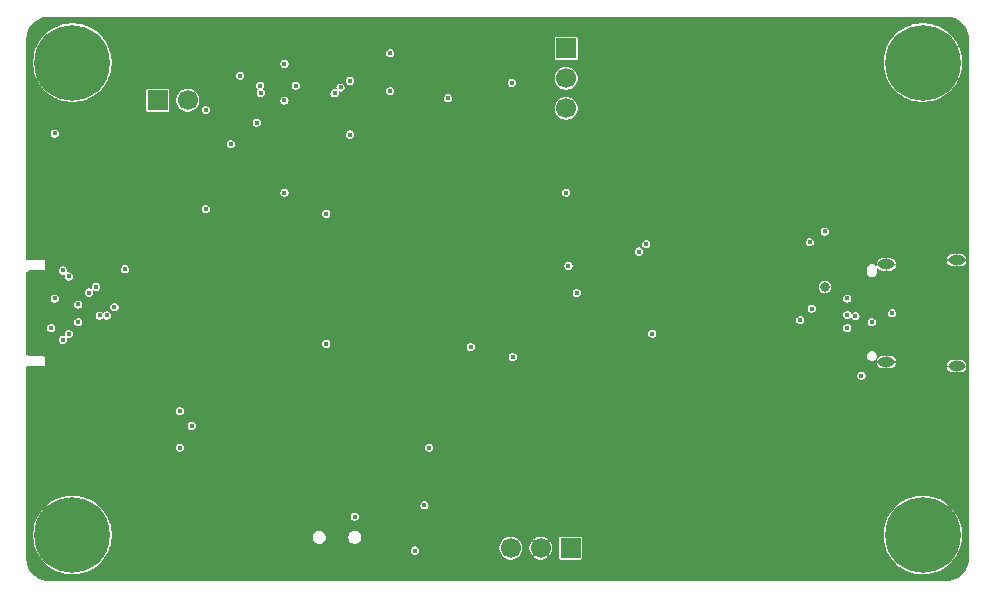
<source format=gbr>
%TF.GenerationSoftware,KiCad,Pcbnew,9.0.1+1*%
%TF.CreationDate,2025-09-07T18:59:13+00:00*%
%TF.ProjectId,ZSWatch-Dock,5a535761-7463-4682-9d44-6f636b2e6b69,2.2.0*%
%TF.SameCoordinates,Original*%
%TF.FileFunction,Copper,L2,Inr*%
%TF.FilePolarity,Positive*%
%FSLAX46Y46*%
G04 Gerber Fmt 4.6, Leading zero omitted, Abs format (unit mm)*
G04 Created by KiCad (PCBNEW 9.0.1+1) date 2025-09-07 18:59:13*
%MOMM*%
%LPD*%
G01*
G04 APERTURE LIST*
%TA.AperFunction,ComponentPad*%
%ADD10C,0.800000*%
%TD*%
%TA.AperFunction,ComponentPad*%
%ADD11C,6.400000*%
%TD*%
%TA.AperFunction,HeatsinkPad*%
%ADD12O,1.400000X0.800000*%
%TD*%
%TA.AperFunction,ComponentPad*%
%ADD13R,1.700000X1.700000*%
%TD*%
%TA.AperFunction,ComponentPad*%
%ADD14C,1.700000*%
%TD*%
%TA.AperFunction,ViaPad*%
%ADD15C,0.450000*%
%TD*%
%TA.AperFunction,ViaPad*%
%ADD16C,0.800000*%
%TD*%
G04 APERTURE END LIST*
D10*
%TO.N,N/C*%
%TO.C,REF\u002A\u002A*%
X241300000Y-167100000D03*
X242002944Y-165402944D03*
X242002944Y-168797056D03*
X243700000Y-164700000D03*
D11*
X243700000Y-167100000D03*
D10*
X243700000Y-169500000D03*
X245397056Y-165402944D03*
X245397056Y-168797056D03*
X246100000Y-167100000D03*
%TD*%
D12*
%TO.N,GND*%
%TO.C,X403*%
X246565000Y-152810000D03*
X240615000Y-152450000D03*
X240615000Y-144190000D03*
X246565000Y-143830000D03*
%TD*%
D13*
%TO.N,Net-(X405-Pin_1)*%
%TO.C,X405*%
X178925000Y-130285000D03*
D14*
%TO.N,Net-(Q401-D)*%
X181465000Y-130285000D03*
%TD*%
D13*
%TO.N,RxD_{LV}*%
%TO.C,X402*%
X213900000Y-168200000D03*
D14*
%TO.N,GND*%
X211360000Y-168200000D03*
%TO.N,TxD_{LV}*%
X208820000Y-168200000D03*
%TD*%
D10*
%TO.N,N/C*%
%TO.C,REF\u002A\u002A*%
X241300000Y-127100000D03*
X242002944Y-125402944D03*
X242002944Y-128797056D03*
X243700000Y-124700000D03*
D11*
X243700000Y-127100000D03*
D10*
X243700000Y-129500000D03*
X245397056Y-125402944D03*
X245397056Y-128797056D03*
X246100000Y-127100000D03*
%TD*%
%TO.N,N/C*%
%TO.C,REF\u002A\u002A*%
X169300000Y-167100000D03*
X170002944Y-165402944D03*
X170002944Y-168797056D03*
X171700000Y-164700000D03*
D11*
X171700000Y-167100000D03*
D10*
X171700000Y-169500000D03*
X173397056Y-165402944D03*
X173397056Y-168797056D03*
X174100000Y-167100000D03*
%TD*%
D13*
%TO.N,+3V3*%
%TO.C,J402*%
X213500000Y-125900000D03*
D14*
%TO.N,Net-(D401-K)*%
X213500000Y-128440000D03*
%TO.N,+1V8*%
X213500000Y-130980000D03*
%TD*%
D10*
%TO.N,N/C*%
%TO.C,REF\u002A\u002A*%
X169300000Y-127100000D03*
X170002944Y-125402944D03*
X170002944Y-128797056D03*
X171700000Y-124700000D03*
D11*
X171700000Y-127100000D03*
D10*
X171700000Y-129500000D03*
X173397056Y-125402944D03*
X173397056Y-128797056D03*
X174100000Y-127100000D03*
%TD*%
D15*
%TO.N,GND*%
X227375000Y-140925000D03*
X237000000Y-142800000D03*
X232865000Y-143300000D03*
X235562500Y-148462500D03*
X196600000Y-127200000D03*
X222200000Y-153000000D03*
X178700000Y-146500000D03*
X198600000Y-146850000D03*
X207640000Y-128000000D03*
X223925000Y-135775000D03*
X178125000Y-167525000D03*
X225800000Y-146725000D03*
X196175000Y-150700000D03*
X218825000Y-150900000D03*
X196412500Y-125200000D03*
X223125000Y-141475000D03*
X198150000Y-130950000D03*
X230000000Y-140700000D03*
X217450000Y-135925000D03*
X203300000Y-126300000D03*
X222450000Y-135725000D03*
X226600000Y-139700000D03*
X212175000Y-144900000D03*
X226600000Y-138200000D03*
X192287500Y-130000000D03*
X229200000Y-144600000D03*
X216050000Y-142725000D03*
X213725000Y-150300000D03*
X169750000Y-145150000D03*
X224150000Y-150900000D03*
X239520000Y-145820000D03*
X204700000Y-150475000D03*
X221600000Y-141500000D03*
X188000000Y-127200000D03*
X219700000Y-168412500D03*
X241400000Y-142100000D03*
X169800000Y-151500000D03*
X226475000Y-133300000D03*
X177000000Y-150200000D03*
X178605000Y-148337500D03*
X239325000Y-154600000D03*
X227500000Y-144525000D03*
X195500000Y-148250000D03*
X239570000Y-151070000D03*
X194850000Y-166700000D03*
%TO.N,+1V8*%
X189650000Y-138100000D03*
X189650000Y-130300000D03*
X189650000Y-127200000D03*
X213500000Y-138100000D03*
X208975000Y-152025000D03*
%TO.N,RESETn*%
X195200000Y-133200000D03*
X195200000Y-128642500D03*
X193200000Y-150900000D03*
X193200000Y-139900000D03*
%TO.N,USB-D-*%
X233325000Y-148900000D03*
X234300000Y-147925000D03*
%TO.N,SWDIO_{LV}*%
X187650000Y-129650000D03*
X171400000Y-145200000D03*
X171400000Y-150070000D03*
%TO.N,SWDCLK_{LV}*%
X170900000Y-144700000D03*
X190600000Y-129042500D03*
X170900000Y-150570000D03*
X187600000Y-129042500D03*
%TO.N,V_{Watch}*%
X187300000Y-132175000D03*
X201500000Y-164575000D03*
D16*
X235405000Y-146105000D03*
D15*
%TO.N,V_{BUS}*%
X237300000Y-147070000D03*
X237300000Y-148462500D03*
X220800000Y-150037500D03*
X237300000Y-149570000D03*
%TO.N,RESETn_{LV}*%
X172200000Y-149070000D03*
X172200000Y-147570000D03*
X183000000Y-131100000D03*
X185900000Y-128200000D03*
X183000000Y-139500000D03*
%TO.N,USB-2-D+*%
X220288842Y-142473658D03*
X219662500Y-143100000D03*
%TO.N,EN_{OC1}*%
X213700000Y-144300000D03*
X235400000Y-141400000D03*
%TO.N,TxD_{LV}*%
X173100000Y-146570000D03*
X181800000Y-157850000D03*
%TO.N,RxD_{LV}*%
X180800000Y-156600000D03*
X201900000Y-159700000D03*
X180800000Y-159700000D03*
X173700000Y-146070000D03*
X205425000Y-151175000D03*
%TO.N,Net-(D401-K)*%
X198600000Y-126300000D03*
X198600000Y-129500000D03*
%TO.N,Net-(D404-K)*%
X195600000Y-165540000D03*
X185100000Y-134000000D03*
X200700000Y-168412500D03*
%TO.N,Net-(IC405-B3)*%
X194400000Y-129200000D03*
%TO.N,Net-(IC405-B4)*%
X193900000Y-129700000D03*
%TO.N,Net-(IC407-OCS_{N1})*%
X234135000Y-142300000D03*
X214400000Y-146600000D03*
%TO.N,Net-(X401-SWCLK{slash}TCK)*%
X203500000Y-130125000D03*
X208910000Y-128800000D03*
%TO.N,Net-(X403-CC1)*%
X238500000Y-153600000D03*
X239370000Y-149070000D03*
%TO.N,Net-(X404-CC2)*%
X176150000Y-144600000D03*
%TO.N,Net-(X405-Pin_1)*%
X170200000Y-133100000D03*
X170200000Y-147070000D03*
X169900000Y-149570000D03*
%TO.N,/Project Architecture/Main/D+*%
X238000000Y-148570000D03*
X241100000Y-148320000D03*
%TO.N,/Project Architecture/Main/D_{2}+*%
X174622407Y-148507592D03*
X175262499Y-147800000D03*
%TO.N,/Project Architecture/Main/D_{2}-*%
X174007223Y-148507592D03*
%TD*%
%TA.AperFunction,Conductor*%
%TO.N,GND*%
G36*
X245702013Y-123200631D02*
G01*
X245943916Y-123216486D01*
X245951883Y-123217535D01*
X246187671Y-123264437D01*
X246195441Y-123266518D01*
X246423090Y-123343795D01*
X246430515Y-123346870D01*
X246646147Y-123453208D01*
X246653096Y-123457221D01*
X246852990Y-123590785D01*
X246859372Y-123595682D01*
X247040118Y-123754193D01*
X247045806Y-123759881D01*
X247204317Y-123940627D01*
X247209214Y-123947009D01*
X247342773Y-124146894D01*
X247346796Y-124153861D01*
X247453127Y-124369480D01*
X247456205Y-124376912D01*
X247533480Y-124604557D01*
X247535562Y-124612328D01*
X247582463Y-124848111D01*
X247583513Y-124856087D01*
X247599368Y-125097986D01*
X247599500Y-125102008D01*
X247599500Y-169097991D01*
X247599368Y-169102013D01*
X247583513Y-169343912D01*
X247582463Y-169351888D01*
X247535562Y-169587671D01*
X247533480Y-169595442D01*
X247456205Y-169823087D01*
X247453127Y-169830519D01*
X247346796Y-170046138D01*
X247342773Y-170053105D01*
X247209214Y-170252990D01*
X247204317Y-170259372D01*
X247045806Y-170440118D01*
X247040118Y-170445806D01*
X246859372Y-170604317D01*
X246852990Y-170609214D01*
X246653105Y-170742773D01*
X246646138Y-170746796D01*
X246430519Y-170853127D01*
X246423087Y-170856205D01*
X246195442Y-170933480D01*
X246187671Y-170935562D01*
X245951888Y-170982463D01*
X245943912Y-170983513D01*
X245702014Y-170999368D01*
X245697992Y-170999500D01*
X169702008Y-170999500D01*
X169697986Y-170999368D01*
X169456087Y-170983513D01*
X169448111Y-170982463D01*
X169212328Y-170935562D01*
X169204557Y-170933480D01*
X168976912Y-170856205D01*
X168969480Y-170853127D01*
X168858815Y-170798553D01*
X168753858Y-170746794D01*
X168746898Y-170742775D01*
X168547009Y-170609214D01*
X168540627Y-170604317D01*
X168359881Y-170445806D01*
X168354193Y-170440118D01*
X168300889Y-170379337D01*
X168195680Y-170259369D01*
X168190785Y-170252990D01*
X168057221Y-170053096D01*
X168053208Y-170046147D01*
X167946870Y-169830515D01*
X167943794Y-169823087D01*
X167927229Y-169774289D01*
X167866518Y-169595441D01*
X167864437Y-169587671D01*
X167860326Y-169567005D01*
X167817535Y-169351883D01*
X167816486Y-169343912D01*
X167805415Y-169174999D01*
X167800632Y-169102013D01*
X167800500Y-169097991D01*
X167800500Y-166936628D01*
X168374500Y-166936628D01*
X168374500Y-167263371D01*
X168406525Y-167588536D01*
X168406528Y-167588554D01*
X168470267Y-167908996D01*
X168565116Y-168221670D01*
X168565118Y-168221675D01*
X168565119Y-168221678D01*
X168595938Y-168296081D01*
X168690158Y-168523550D01*
X168844174Y-168811696D01*
X168844185Y-168811714D01*
X169025710Y-169083385D01*
X169232992Y-169335960D01*
X169464039Y-169567007D01*
X169716614Y-169774289D01*
X169800768Y-169830519D01*
X169988289Y-169955817D01*
X169988296Y-169955820D01*
X169988303Y-169955825D01*
X170164026Y-170049750D01*
X170276451Y-170109842D01*
X170578322Y-170234881D01*
X170890995Y-170329730D01*
X170890999Y-170329730D01*
X170891003Y-170329732D01*
X171100904Y-170371483D01*
X171211459Y-170393474D01*
X171471595Y-170419094D01*
X171536628Y-170425500D01*
X171536629Y-170425500D01*
X171863372Y-170425500D01*
X171917566Y-170420162D01*
X172188541Y-170393474D01*
X172401250Y-170351163D01*
X172508996Y-170329732D01*
X172508998Y-170329731D01*
X172509005Y-170329730D01*
X172821678Y-170234881D01*
X173123549Y-170109842D01*
X173411711Y-169955817D01*
X173683387Y-169774288D01*
X173935963Y-169567005D01*
X174167005Y-169335963D01*
X174374288Y-169083387D01*
X174555817Y-168811711D01*
X174709842Y-168523549D01*
X174774955Y-168366353D01*
X200349500Y-168366353D01*
X200349500Y-168458646D01*
X200373384Y-168547783D01*
X200373388Y-168547793D01*
X200419526Y-168627705D01*
X200419529Y-168627709D01*
X200419531Y-168627712D01*
X200484788Y-168692969D01*
X200484791Y-168692971D01*
X200484794Y-168692973D01*
X200564706Y-168739111D01*
X200564708Y-168739112D01*
X200564712Y-168739114D01*
X200564716Y-168739115D01*
X200653854Y-168763000D01*
X200653856Y-168763000D01*
X200746145Y-168763000D01*
X200785448Y-168752468D01*
X200835288Y-168739114D01*
X200915212Y-168692969D01*
X200980469Y-168627712D01*
X201026614Y-168547788D01*
X201043560Y-168484544D01*
X201050500Y-168458646D01*
X201050500Y-168366353D01*
X201026615Y-168277216D01*
X201026614Y-168277212D01*
X201026611Y-168277206D01*
X200980473Y-168197294D01*
X200980471Y-168197291D01*
X200980469Y-168197288D01*
X200915212Y-168132031D01*
X200915209Y-168132029D01*
X200915205Y-168132026D01*
X200866521Y-168103918D01*
X207844500Y-168103918D01*
X207844500Y-168296081D01*
X207881986Y-168484537D01*
X207881988Y-168484543D01*
X207955523Y-168662073D01*
X207955525Y-168662076D01*
X207955526Y-168662078D01*
X208062277Y-168821842D01*
X208198157Y-168957722D01*
X208354759Y-169062360D01*
X208357927Y-169064477D01*
X208535457Y-169138012D01*
X208723918Y-169175499D01*
X208723919Y-169175500D01*
X208723922Y-169175500D01*
X208916081Y-169175500D01*
X208916081Y-169175499D01*
X209104543Y-169138012D01*
X209282073Y-169064477D01*
X209441845Y-168957720D01*
X209577720Y-168821845D01*
X209684477Y-168662073D01*
X209758012Y-168484543D01*
X209795499Y-168296081D01*
X209795500Y-168296081D01*
X209795500Y-168103967D01*
X210385000Y-168103967D01*
X210385000Y-168296032D01*
X210422466Y-168484391D01*
X210422471Y-168484407D01*
X210495963Y-168661829D01*
X210495971Y-168661845D01*
X210602662Y-168821520D01*
X210602667Y-168821526D01*
X210626376Y-168845235D01*
X210962252Y-168509358D01*
X211050640Y-168597746D01*
X210714764Y-168933623D01*
X210738473Y-168957332D01*
X210738479Y-168957337D01*
X210898154Y-169064028D01*
X210898170Y-169064036D01*
X211075592Y-169137528D01*
X211075608Y-169137533D01*
X211263967Y-169174999D01*
X211263968Y-169175000D01*
X211456032Y-169175000D01*
X211456032Y-169174999D01*
X211644391Y-169137533D01*
X211644407Y-169137528D01*
X211821829Y-169064036D01*
X211821845Y-169064028D01*
X211981520Y-168957337D01*
X211981525Y-168957333D01*
X212005234Y-168933622D01*
X211669359Y-168597747D01*
X211757747Y-168509359D01*
X212093622Y-168845234D01*
X212117333Y-168821525D01*
X212117337Y-168821520D01*
X212224028Y-168661845D01*
X212224036Y-168661829D01*
X212297528Y-168484407D01*
X212297533Y-168484391D01*
X212334999Y-168296032D01*
X212335000Y-168296032D01*
X212335000Y-168103968D01*
X212334999Y-168103967D01*
X212297533Y-167915608D01*
X212297528Y-167915592D01*
X212224036Y-167738170D01*
X212224028Y-167738154D01*
X212117337Y-167578479D01*
X212117332Y-167578473D01*
X212093623Y-167554764D01*
X211757746Y-167890640D01*
X211669358Y-167802252D01*
X212005235Y-167466376D01*
X211981526Y-167442667D01*
X211981520Y-167442662D01*
X211896348Y-167385752D01*
X211896346Y-167385752D01*
X211824330Y-167337633D01*
X212924500Y-167337633D01*
X212924500Y-169062360D01*
X212931781Y-169098969D01*
X212931782Y-169098970D01*
X212941069Y-169112869D01*
X212959519Y-169140481D01*
X213001032Y-169168219D01*
X213037637Y-169175500D01*
X214762362Y-169175499D01*
X214798968Y-169168219D01*
X214840481Y-169140481D01*
X214868219Y-169098968D01*
X214875500Y-169062363D01*
X214875499Y-167337638D01*
X214868219Y-167301032D01*
X214840481Y-167259519D01*
X214812742Y-167240984D01*
X214798967Y-167231780D01*
X214762366Y-167224500D01*
X213037639Y-167224500D01*
X213001030Y-167231781D01*
X213001029Y-167231782D01*
X212959519Y-167259519D01*
X212931780Y-167301032D01*
X212924500Y-167337633D01*
X211824330Y-167337633D01*
X211821837Y-167335967D01*
X211821829Y-167335963D01*
X211644407Y-167262471D01*
X211644391Y-167262466D01*
X211456032Y-167225000D01*
X211263968Y-167225000D01*
X211075608Y-167262466D01*
X211075592Y-167262471D01*
X210898170Y-167335963D01*
X210898160Y-167335968D01*
X210738473Y-167442667D01*
X210738470Y-167442669D01*
X210714764Y-167466375D01*
X210714764Y-167466376D01*
X211050641Y-167802253D01*
X210962253Y-167890641D01*
X210626376Y-167554764D01*
X210602669Y-167578470D01*
X210602667Y-167578473D01*
X210495968Y-167738160D01*
X210495963Y-167738170D01*
X210422471Y-167915592D01*
X210422466Y-167915608D01*
X210385000Y-168103967D01*
X209795500Y-168103967D01*
X209795500Y-168103919D01*
X209795499Y-168103918D01*
X209758013Y-167915462D01*
X209758011Y-167915455D01*
X209684477Y-167737927D01*
X209659135Y-167700000D01*
X209577722Y-167578157D01*
X209441842Y-167442277D01*
X209282078Y-167335526D01*
X209282076Y-167335525D01*
X209282073Y-167335523D01*
X209159293Y-167284666D01*
X209104544Y-167261988D01*
X209104537Y-167261986D01*
X208916081Y-167224500D01*
X208916078Y-167224500D01*
X208723922Y-167224500D01*
X208723919Y-167224500D01*
X208535462Y-167261986D01*
X208535455Y-167261988D01*
X208441203Y-167301029D01*
X208357927Y-167335523D01*
X208357924Y-167335524D01*
X208357921Y-167335526D01*
X208198157Y-167442277D01*
X208062277Y-167578157D01*
X207955526Y-167737921D01*
X207955524Y-167737924D01*
X207955523Y-167737927D01*
X207954454Y-167740509D01*
X207881988Y-167915455D01*
X207881986Y-167915462D01*
X207844500Y-168103918D01*
X200866521Y-168103918D01*
X200835293Y-168085888D01*
X200835283Y-168085884D01*
X200746146Y-168062000D01*
X200746144Y-168062000D01*
X200653856Y-168062000D01*
X200653854Y-168062000D01*
X200564716Y-168085884D01*
X200564706Y-168085888D01*
X200484794Y-168132026D01*
X200484784Y-168132034D01*
X200419534Y-168197284D01*
X200419526Y-168197294D01*
X200373388Y-168277206D01*
X200373384Y-168277216D01*
X200349500Y-168366353D01*
X174774955Y-168366353D01*
X174834881Y-168221678D01*
X174929730Y-167909005D01*
X174948830Y-167812985D01*
X174963246Y-167740509D01*
X174993474Y-167588541D01*
X175025500Y-167263371D01*
X175025500Y-167227522D01*
X192049500Y-167227522D01*
X192049500Y-167372477D01*
X192087014Y-167512480D01*
X192087015Y-167512482D01*
X192087016Y-167512485D01*
X192159491Y-167638015D01*
X192261985Y-167740509D01*
X192387515Y-167812984D01*
X192387519Y-167812985D01*
X192527523Y-167850500D01*
X192527525Y-167850500D01*
X192672476Y-167850500D01*
X192734206Y-167833958D01*
X192812485Y-167812984D01*
X192938015Y-167740509D01*
X193040509Y-167638015D01*
X193112984Y-167512485D01*
X193131796Y-167442277D01*
X193150500Y-167372477D01*
X193150500Y-167227522D01*
X195049500Y-167227522D01*
X195049500Y-167372477D01*
X195087014Y-167512480D01*
X195087015Y-167512482D01*
X195087016Y-167512485D01*
X195159491Y-167638015D01*
X195261985Y-167740509D01*
X195387515Y-167812984D01*
X195387519Y-167812985D01*
X195527523Y-167850500D01*
X195527525Y-167850500D01*
X195672476Y-167850500D01*
X195734206Y-167833958D01*
X195812485Y-167812984D01*
X195938015Y-167740509D01*
X196040509Y-167638015D01*
X196112984Y-167512485D01*
X196131796Y-167442277D01*
X196150500Y-167372477D01*
X196150500Y-167227522D01*
X196112985Y-167087519D01*
X196112984Y-167087515D01*
X196042750Y-166965866D01*
X196040513Y-166961991D01*
X196040511Y-166961988D01*
X196040509Y-166961985D01*
X196015152Y-166936628D01*
X240374500Y-166936628D01*
X240374500Y-167263371D01*
X240406525Y-167588536D01*
X240406528Y-167588554D01*
X240470267Y-167908996D01*
X240565116Y-168221670D01*
X240565118Y-168221675D01*
X240565119Y-168221678D01*
X240595938Y-168296081D01*
X240690158Y-168523550D01*
X240844174Y-168811696D01*
X240844185Y-168811714D01*
X241025710Y-169083385D01*
X241232992Y-169335960D01*
X241464039Y-169567007D01*
X241716614Y-169774289D01*
X241800768Y-169830519D01*
X241988289Y-169955817D01*
X241988296Y-169955820D01*
X241988303Y-169955825D01*
X242164026Y-170049750D01*
X242276451Y-170109842D01*
X242578322Y-170234881D01*
X242890995Y-170329730D01*
X242890999Y-170329730D01*
X242891003Y-170329732D01*
X243100904Y-170371483D01*
X243211459Y-170393474D01*
X243471595Y-170419094D01*
X243536628Y-170425500D01*
X243536629Y-170425500D01*
X243863372Y-170425500D01*
X243917566Y-170420162D01*
X244188541Y-170393474D01*
X244401250Y-170351163D01*
X244508996Y-170329732D01*
X244508998Y-170329731D01*
X244509005Y-170329730D01*
X244821678Y-170234881D01*
X245123549Y-170109842D01*
X245411711Y-169955817D01*
X245683387Y-169774288D01*
X245935963Y-169567005D01*
X246167005Y-169335963D01*
X246374288Y-169083387D01*
X246555817Y-168811711D01*
X246709842Y-168523549D01*
X246834881Y-168221678D01*
X246929730Y-167909005D01*
X246948830Y-167812985D01*
X246963246Y-167740509D01*
X246993474Y-167588541D01*
X247025500Y-167263371D01*
X247025500Y-166936629D01*
X246993474Y-166611459D01*
X246929730Y-166290995D01*
X246834881Y-165978322D01*
X246709842Y-165676451D01*
X246625585Y-165518816D01*
X246555825Y-165388303D01*
X246555820Y-165388296D01*
X246555817Y-165388289D01*
X246374288Y-165116613D01*
X246167007Y-164864039D01*
X245935960Y-164632992D01*
X245683385Y-164425710D01*
X245411714Y-164244185D01*
X245411696Y-164244174D01*
X245123550Y-164090158D01*
X244951769Y-164019004D01*
X244821678Y-163965119D01*
X244821675Y-163965118D01*
X244821670Y-163965116D01*
X244508996Y-163870267D01*
X244188554Y-163806528D01*
X244188536Y-163806525D01*
X243863372Y-163774500D01*
X243863371Y-163774500D01*
X243536629Y-163774500D01*
X243536628Y-163774500D01*
X243211463Y-163806525D01*
X243211445Y-163806528D01*
X242891003Y-163870267D01*
X242578329Y-163965116D01*
X242276449Y-164090158D01*
X241988303Y-164244174D01*
X241988285Y-164244185D01*
X241716614Y-164425710D01*
X241464039Y-164632992D01*
X241232992Y-164864039D01*
X241025710Y-165116614D01*
X240844185Y-165388285D01*
X240844174Y-165388303D01*
X240690158Y-165676449D01*
X240565116Y-165978329D01*
X240470267Y-166291003D01*
X240406528Y-166611445D01*
X240406525Y-166611463D01*
X240374500Y-166936628D01*
X196015152Y-166936628D01*
X195938015Y-166859491D01*
X195812485Y-166787016D01*
X195812482Y-166787015D01*
X195812480Y-166787014D01*
X195672477Y-166749500D01*
X195672475Y-166749500D01*
X195527525Y-166749500D01*
X195527523Y-166749500D01*
X195387519Y-166787014D01*
X195387515Y-166787016D01*
X195261986Y-166859490D01*
X195261981Y-166859494D01*
X195159494Y-166961981D01*
X195159490Y-166961986D01*
X195087016Y-167087515D01*
X195087014Y-167087519D01*
X195049500Y-167227522D01*
X193150500Y-167227522D01*
X193112985Y-167087519D01*
X193112984Y-167087515D01*
X193040509Y-166961985D01*
X192938015Y-166859491D01*
X192812485Y-166787016D01*
X192812482Y-166787015D01*
X192812480Y-166787014D01*
X192672477Y-166749500D01*
X192672475Y-166749500D01*
X192527525Y-166749500D01*
X192527523Y-166749500D01*
X192387519Y-166787014D01*
X192387515Y-166787016D01*
X192261986Y-166859490D01*
X192261981Y-166859494D01*
X192159494Y-166961981D01*
X192159490Y-166961986D01*
X192087016Y-167087515D01*
X192087014Y-167087519D01*
X192049500Y-167227522D01*
X175025500Y-167227522D01*
X175025500Y-166936629D01*
X174993474Y-166611459D01*
X174929730Y-166290995D01*
X174834881Y-165978322D01*
X174709842Y-165676451D01*
X174625585Y-165518816D01*
X174612242Y-165493853D01*
X195249500Y-165493853D01*
X195249500Y-165586146D01*
X195273384Y-165675283D01*
X195273388Y-165675293D01*
X195319526Y-165755205D01*
X195319529Y-165755209D01*
X195319531Y-165755212D01*
X195384788Y-165820469D01*
X195384791Y-165820471D01*
X195384794Y-165820473D01*
X195464706Y-165866611D01*
X195464708Y-165866612D01*
X195464712Y-165866614D01*
X195464716Y-165866615D01*
X195553854Y-165890500D01*
X195553856Y-165890500D01*
X195646145Y-165890500D01*
X195685448Y-165879968D01*
X195735288Y-165866614D01*
X195815212Y-165820469D01*
X195880469Y-165755212D01*
X195926614Y-165675288D01*
X195935882Y-165640698D01*
X195950500Y-165586146D01*
X195950500Y-165493853D01*
X195926615Y-165404716D01*
X195926614Y-165404712D01*
X195926611Y-165404706D01*
X195880473Y-165324794D01*
X195880471Y-165324791D01*
X195880469Y-165324788D01*
X195815212Y-165259531D01*
X195815209Y-165259529D01*
X195815205Y-165259526D01*
X195735293Y-165213388D01*
X195735283Y-165213384D01*
X195646146Y-165189500D01*
X195646144Y-165189500D01*
X195553856Y-165189500D01*
X195553854Y-165189500D01*
X195464716Y-165213384D01*
X195464706Y-165213388D01*
X195384794Y-165259526D01*
X195384784Y-165259534D01*
X195319534Y-165324784D01*
X195319526Y-165324794D01*
X195273388Y-165404706D01*
X195273384Y-165404716D01*
X195249500Y-165493853D01*
X174612242Y-165493853D01*
X174555825Y-165388303D01*
X174555820Y-165388296D01*
X174555817Y-165388289D01*
X174374288Y-165116613D01*
X174167007Y-164864039D01*
X173935960Y-164632992D01*
X173862085Y-164572365D01*
X173809065Y-164528853D01*
X201149500Y-164528853D01*
X201149500Y-164621146D01*
X201173384Y-164710283D01*
X201173388Y-164710293D01*
X201219526Y-164790205D01*
X201219529Y-164790209D01*
X201219531Y-164790212D01*
X201284788Y-164855469D01*
X201284791Y-164855471D01*
X201284794Y-164855473D01*
X201364706Y-164901611D01*
X201364708Y-164901612D01*
X201364712Y-164901614D01*
X201364716Y-164901615D01*
X201453854Y-164925500D01*
X201453856Y-164925500D01*
X201546145Y-164925500D01*
X201585448Y-164914968D01*
X201635288Y-164901614D01*
X201715212Y-164855469D01*
X201780469Y-164790212D01*
X201826614Y-164710288D01*
X201847325Y-164632995D01*
X201850500Y-164621146D01*
X201850500Y-164528853D01*
X201826615Y-164439716D01*
X201826614Y-164439712D01*
X201818530Y-164425710D01*
X201780473Y-164359794D01*
X201780471Y-164359791D01*
X201780469Y-164359788D01*
X201715212Y-164294531D01*
X201715209Y-164294529D01*
X201715205Y-164294526D01*
X201635293Y-164248388D01*
X201635283Y-164248384D01*
X201546146Y-164224500D01*
X201546144Y-164224500D01*
X201453856Y-164224500D01*
X201453854Y-164224500D01*
X201364716Y-164248384D01*
X201364706Y-164248388D01*
X201284794Y-164294526D01*
X201284784Y-164294534D01*
X201219534Y-164359784D01*
X201219526Y-164359794D01*
X201173388Y-164439706D01*
X201173384Y-164439716D01*
X201149500Y-164528853D01*
X173809065Y-164528853D01*
X173683385Y-164425710D01*
X173411714Y-164244185D01*
X173411696Y-164244174D01*
X173123550Y-164090158D01*
X172951769Y-164019004D01*
X172821678Y-163965119D01*
X172821675Y-163965118D01*
X172821670Y-163965116D01*
X172508996Y-163870267D01*
X172188554Y-163806528D01*
X172188536Y-163806525D01*
X171863372Y-163774500D01*
X171863371Y-163774500D01*
X171536629Y-163774500D01*
X171536628Y-163774500D01*
X171211463Y-163806525D01*
X171211445Y-163806528D01*
X170891003Y-163870267D01*
X170578329Y-163965116D01*
X170276449Y-164090158D01*
X169988303Y-164244174D01*
X169988285Y-164244185D01*
X169716614Y-164425710D01*
X169464039Y-164632992D01*
X169232992Y-164864039D01*
X169025710Y-165116614D01*
X168844185Y-165388285D01*
X168844174Y-165388303D01*
X168690158Y-165676449D01*
X168565116Y-165978329D01*
X168470267Y-166291003D01*
X168406528Y-166611445D01*
X168406525Y-166611463D01*
X168374500Y-166936628D01*
X167800500Y-166936628D01*
X167800500Y-159653853D01*
X180449500Y-159653853D01*
X180449500Y-159746146D01*
X180473384Y-159835283D01*
X180473388Y-159835293D01*
X180519526Y-159915205D01*
X180519529Y-159915209D01*
X180519531Y-159915212D01*
X180584788Y-159980469D01*
X180584791Y-159980471D01*
X180584794Y-159980473D01*
X180664706Y-160026611D01*
X180664708Y-160026612D01*
X180664712Y-160026614D01*
X180664716Y-160026615D01*
X180753854Y-160050500D01*
X180753856Y-160050500D01*
X180846145Y-160050500D01*
X180885448Y-160039968D01*
X180935288Y-160026614D01*
X181015212Y-159980469D01*
X181080469Y-159915212D01*
X181126614Y-159835288D01*
X181135882Y-159800698D01*
X181150500Y-159746146D01*
X181150500Y-159653853D01*
X201549500Y-159653853D01*
X201549500Y-159746146D01*
X201573384Y-159835283D01*
X201573388Y-159835293D01*
X201619526Y-159915205D01*
X201619529Y-159915209D01*
X201619531Y-159915212D01*
X201684788Y-159980469D01*
X201684791Y-159980471D01*
X201684794Y-159980473D01*
X201764706Y-160026611D01*
X201764708Y-160026612D01*
X201764712Y-160026614D01*
X201764716Y-160026615D01*
X201853854Y-160050500D01*
X201853856Y-160050500D01*
X201946145Y-160050500D01*
X201985448Y-160039968D01*
X202035288Y-160026614D01*
X202115212Y-159980469D01*
X202180469Y-159915212D01*
X202226614Y-159835288D01*
X202235882Y-159800698D01*
X202250500Y-159746146D01*
X202250500Y-159653853D01*
X202226615Y-159564716D01*
X202226614Y-159564712D01*
X202226611Y-159564706D01*
X202180473Y-159484794D01*
X202180471Y-159484791D01*
X202180469Y-159484788D01*
X202115212Y-159419531D01*
X202115209Y-159419529D01*
X202115205Y-159419526D01*
X202035293Y-159373388D01*
X202035283Y-159373384D01*
X201946146Y-159349500D01*
X201946144Y-159349500D01*
X201853856Y-159349500D01*
X201853854Y-159349500D01*
X201764716Y-159373384D01*
X201764706Y-159373388D01*
X201684794Y-159419526D01*
X201684784Y-159419534D01*
X201619534Y-159484784D01*
X201619526Y-159484794D01*
X201573388Y-159564706D01*
X201573384Y-159564716D01*
X201549500Y-159653853D01*
X181150500Y-159653853D01*
X181126615Y-159564716D01*
X181126614Y-159564712D01*
X181126611Y-159564706D01*
X181080473Y-159484794D01*
X181080471Y-159484791D01*
X181080469Y-159484788D01*
X181015212Y-159419531D01*
X181015209Y-159419529D01*
X181015205Y-159419526D01*
X180935293Y-159373388D01*
X180935283Y-159373384D01*
X180846146Y-159349500D01*
X180846144Y-159349500D01*
X180753856Y-159349500D01*
X180753854Y-159349500D01*
X180664716Y-159373384D01*
X180664706Y-159373388D01*
X180584794Y-159419526D01*
X180584784Y-159419534D01*
X180519534Y-159484784D01*
X180519526Y-159484794D01*
X180473388Y-159564706D01*
X180473384Y-159564716D01*
X180449500Y-159653853D01*
X167800500Y-159653853D01*
X167800500Y-157803853D01*
X181449500Y-157803853D01*
X181449500Y-157896146D01*
X181473384Y-157985283D01*
X181473388Y-157985293D01*
X181519526Y-158065205D01*
X181519529Y-158065209D01*
X181519531Y-158065212D01*
X181584788Y-158130469D01*
X181584791Y-158130471D01*
X181584794Y-158130473D01*
X181664706Y-158176611D01*
X181664708Y-158176612D01*
X181664712Y-158176614D01*
X181664716Y-158176615D01*
X181753854Y-158200500D01*
X181753856Y-158200500D01*
X181846145Y-158200500D01*
X181885448Y-158189968D01*
X181935288Y-158176614D01*
X182015212Y-158130469D01*
X182080469Y-158065212D01*
X182126614Y-157985288D01*
X182135882Y-157950698D01*
X182150500Y-157896146D01*
X182150500Y-157803853D01*
X182126615Y-157714716D01*
X182126614Y-157714712D01*
X182126611Y-157714706D01*
X182080473Y-157634794D01*
X182080471Y-157634791D01*
X182080469Y-157634788D01*
X182015212Y-157569531D01*
X182015209Y-157569529D01*
X182015205Y-157569526D01*
X181935293Y-157523388D01*
X181935283Y-157523384D01*
X181846146Y-157499500D01*
X181846144Y-157499500D01*
X181753856Y-157499500D01*
X181753854Y-157499500D01*
X181664716Y-157523384D01*
X181664706Y-157523388D01*
X181584794Y-157569526D01*
X181584784Y-157569534D01*
X181519534Y-157634784D01*
X181519526Y-157634794D01*
X181473388Y-157714706D01*
X181473384Y-157714716D01*
X181449500Y-157803853D01*
X167800500Y-157803853D01*
X167800500Y-156553853D01*
X180449500Y-156553853D01*
X180449500Y-156646146D01*
X180473384Y-156735283D01*
X180473388Y-156735293D01*
X180519526Y-156815205D01*
X180519529Y-156815209D01*
X180519531Y-156815212D01*
X180584788Y-156880469D01*
X180584791Y-156880471D01*
X180584794Y-156880473D01*
X180664706Y-156926611D01*
X180664708Y-156926612D01*
X180664712Y-156926614D01*
X180664716Y-156926615D01*
X180753854Y-156950500D01*
X180753856Y-156950500D01*
X180846145Y-156950500D01*
X180885448Y-156939968D01*
X180935288Y-156926614D01*
X181015212Y-156880469D01*
X181080469Y-156815212D01*
X181126614Y-156735288D01*
X181135882Y-156700698D01*
X181150500Y-156646146D01*
X181150500Y-156553853D01*
X181126615Y-156464716D01*
X181126614Y-156464712D01*
X181126611Y-156464706D01*
X181080473Y-156384794D01*
X181080471Y-156384791D01*
X181080469Y-156384788D01*
X181015212Y-156319531D01*
X181015209Y-156319529D01*
X181015205Y-156319526D01*
X180935293Y-156273388D01*
X180935283Y-156273384D01*
X180846146Y-156249500D01*
X180846144Y-156249500D01*
X180753856Y-156249500D01*
X180753854Y-156249500D01*
X180664716Y-156273384D01*
X180664706Y-156273388D01*
X180584794Y-156319526D01*
X180584784Y-156319534D01*
X180519534Y-156384784D01*
X180519526Y-156384794D01*
X180473388Y-156464706D01*
X180473384Y-156464716D01*
X180449500Y-156553853D01*
X167800500Y-156553853D01*
X167800500Y-153553853D01*
X238149500Y-153553853D01*
X238149500Y-153646146D01*
X238173384Y-153735283D01*
X238173388Y-153735293D01*
X238219526Y-153815205D01*
X238219529Y-153815209D01*
X238219531Y-153815212D01*
X238284788Y-153880469D01*
X238284791Y-153880471D01*
X238284794Y-153880473D01*
X238364706Y-153926611D01*
X238364708Y-153926612D01*
X238364712Y-153926614D01*
X238364716Y-153926615D01*
X238453854Y-153950500D01*
X238453856Y-153950500D01*
X238546145Y-153950500D01*
X238585448Y-153939968D01*
X238635288Y-153926614D01*
X238715212Y-153880469D01*
X238780469Y-153815212D01*
X238826614Y-153735288D01*
X238835882Y-153700698D01*
X238850500Y-153646146D01*
X238850500Y-153553853D01*
X238826615Y-153464716D01*
X238826614Y-153464712D01*
X238826611Y-153464706D01*
X238780473Y-153384794D01*
X238780471Y-153384791D01*
X238780469Y-153384788D01*
X238715212Y-153319531D01*
X238715209Y-153319529D01*
X238715205Y-153319526D01*
X238635293Y-153273388D01*
X238635283Y-153273384D01*
X238546146Y-153249500D01*
X238546144Y-153249500D01*
X238453856Y-153249500D01*
X238453854Y-153249500D01*
X238364716Y-153273384D01*
X238364706Y-153273388D01*
X238284794Y-153319526D01*
X238284784Y-153319534D01*
X238219534Y-153384784D01*
X238219526Y-153384794D01*
X238173388Y-153464706D01*
X238173384Y-153464716D01*
X238149500Y-153553853D01*
X167800500Y-153553853D01*
X167800500Y-152882000D01*
X167818513Y-152838513D01*
X167862000Y-152820500D01*
X169319990Y-152820500D01*
X169319991Y-152820500D01*
X169356929Y-152805200D01*
X169385200Y-152776929D01*
X169400500Y-152739991D01*
X169400500Y-152380879D01*
X239790000Y-152380879D01*
X239790000Y-152387500D01*
X240070290Y-152387500D01*
X240065000Y-152400272D01*
X240065000Y-152499728D01*
X240070290Y-152512500D01*
X239790000Y-152512500D01*
X239790000Y-152519120D01*
X239825776Y-152652637D01*
X239825780Y-152652647D01*
X239894891Y-152772350D01*
X239894899Y-152772360D01*
X239992639Y-152870100D01*
X239992649Y-152870108D01*
X240112352Y-152939219D01*
X240112362Y-152939223D01*
X240245880Y-152975000D01*
X240552500Y-152975000D01*
X240552500Y-152700000D01*
X240677500Y-152700000D01*
X240677500Y-152975000D01*
X240984119Y-152975000D01*
X241117637Y-152939223D01*
X241117647Y-152939219D01*
X241237350Y-152870108D01*
X241237360Y-152870100D01*
X241303922Y-152803539D01*
X241335100Y-152772360D01*
X241335108Y-152772350D01*
X241353278Y-152740879D01*
X245740000Y-152740879D01*
X245740000Y-152747500D01*
X246020290Y-152747500D01*
X246015000Y-152760272D01*
X246015000Y-152859728D01*
X246020290Y-152872500D01*
X245740000Y-152872500D01*
X245740000Y-152879120D01*
X245775776Y-153012637D01*
X245775780Y-153012647D01*
X245844891Y-153132350D01*
X245844899Y-153132360D01*
X245942639Y-153230100D01*
X245942649Y-153230108D01*
X246062352Y-153299219D01*
X246062362Y-153299223D01*
X246195880Y-153335000D01*
X246502500Y-153335000D01*
X246502500Y-153060000D01*
X246627500Y-153060000D01*
X246627500Y-153335000D01*
X246934119Y-153335000D01*
X247067637Y-153299223D01*
X247067647Y-153299219D01*
X247187350Y-153230108D01*
X247187360Y-153230100D01*
X247285100Y-153132360D01*
X247285108Y-153132350D01*
X247354219Y-153012647D01*
X247354223Y-153012637D01*
X247390000Y-152879120D01*
X247390000Y-152872500D01*
X247109710Y-152872500D01*
X247115000Y-152859728D01*
X247115000Y-152760272D01*
X247109710Y-152747500D01*
X247390000Y-152747500D01*
X247390000Y-152740879D01*
X247354223Y-152607362D01*
X247354219Y-152607352D01*
X247285108Y-152487649D01*
X247285100Y-152487639D01*
X247187360Y-152389899D01*
X247187350Y-152389891D01*
X247067647Y-152320780D01*
X247067637Y-152320776D01*
X246934120Y-152285000D01*
X246627500Y-152285000D01*
X246627500Y-152560000D01*
X246502500Y-152560000D01*
X246502500Y-152285000D01*
X246195880Y-152285000D01*
X246062362Y-152320776D01*
X246062352Y-152320780D01*
X245942649Y-152389891D01*
X245942639Y-152389899D01*
X245844899Y-152487639D01*
X245844891Y-152487649D01*
X245775780Y-152607352D01*
X245775776Y-152607362D01*
X245740000Y-152740879D01*
X241353278Y-152740879D01*
X241373356Y-152706104D01*
X241373357Y-152706101D01*
X241404221Y-152652641D01*
X241404223Y-152652637D01*
X241440000Y-152519120D01*
X241440000Y-152512500D01*
X241159710Y-152512500D01*
X241165000Y-152499728D01*
X241165000Y-152400272D01*
X241159710Y-152387500D01*
X241440000Y-152387500D01*
X241440000Y-152380879D01*
X241404223Y-152247362D01*
X241404219Y-152247352D01*
X241335108Y-152127649D01*
X241335100Y-152127639D01*
X241237360Y-152029899D01*
X241237350Y-152029891D01*
X241117647Y-151960780D01*
X241117637Y-151960776D01*
X240984120Y-151925000D01*
X240677500Y-151925000D01*
X240677500Y-152200000D01*
X240552500Y-152200000D01*
X240552500Y-151925000D01*
X240245880Y-151925000D01*
X240112362Y-151960776D01*
X240112352Y-151960780D01*
X239992649Y-152029891D01*
X239992639Y-152029899D01*
X239894899Y-152127639D01*
X239894891Y-152127649D01*
X239825780Y-152247352D01*
X239825776Y-152247362D01*
X239790000Y-152380879D01*
X169400500Y-152380879D01*
X169400500Y-152055009D01*
X169385200Y-152018071D01*
X169356929Y-151989800D01*
X169330500Y-151978853D01*
X208624500Y-151978853D01*
X208624500Y-152071146D01*
X208648384Y-152160283D01*
X208648388Y-152160293D01*
X208694526Y-152240205D01*
X208694529Y-152240209D01*
X208694531Y-152240212D01*
X208759788Y-152305469D01*
X208759791Y-152305471D01*
X208759794Y-152305473D01*
X208839706Y-152351611D01*
X208839708Y-152351612D01*
X208839712Y-152351614D01*
X208839716Y-152351615D01*
X208928854Y-152375500D01*
X208928856Y-152375500D01*
X209021145Y-152375500D01*
X209060448Y-152364968D01*
X209110288Y-152351614D01*
X209190212Y-152305469D01*
X209255469Y-152240212D01*
X209301614Y-152160288D01*
X209321993Y-152084232D01*
X209325500Y-152071146D01*
X209325500Y-151978853D01*
X209303573Y-151897024D01*
X209301614Y-151889712D01*
X209297252Y-151882157D01*
X209286757Y-151863979D01*
X238939500Y-151863979D01*
X238939500Y-151976020D01*
X238968495Y-152084232D01*
X238968496Y-152084234D01*
X238968497Y-152084237D01*
X239024515Y-152181263D01*
X239103737Y-152260485D01*
X239200763Y-152316503D01*
X239204286Y-152317447D01*
X239308980Y-152345500D01*
X239308982Y-152345500D01*
X239421019Y-152345500D01*
X239456866Y-152335894D01*
X239529237Y-152316503D01*
X239626263Y-152260485D01*
X239705485Y-152181263D01*
X239761503Y-152084237D01*
X239779232Y-152018070D01*
X239790500Y-151976020D01*
X239790500Y-151863979D01*
X239761504Y-151755767D01*
X239761503Y-151755763D01*
X239705485Y-151658737D01*
X239626263Y-151579515D01*
X239529237Y-151523497D01*
X239529234Y-151523496D01*
X239529232Y-151523495D01*
X239421020Y-151494500D01*
X239421018Y-151494500D01*
X239308982Y-151494500D01*
X239308980Y-151494500D01*
X239200767Y-151523495D01*
X239200763Y-151523497D01*
X239103738Y-151579514D01*
X239103733Y-151579518D01*
X239024518Y-151658733D01*
X239024514Y-151658738D01*
X238968497Y-151755763D01*
X238968495Y-151755767D01*
X238939500Y-151863979D01*
X209286757Y-151863979D01*
X209255473Y-151809794D01*
X209255471Y-151809791D01*
X209255469Y-151809788D01*
X209190212Y-151744531D01*
X209190209Y-151744529D01*
X209190205Y-151744526D01*
X209110293Y-151698388D01*
X209110283Y-151698384D01*
X209021146Y-151674500D01*
X209021144Y-151674500D01*
X208928856Y-151674500D01*
X208928854Y-151674500D01*
X208839716Y-151698384D01*
X208839706Y-151698388D01*
X208759794Y-151744526D01*
X208759784Y-151744534D01*
X208694534Y-151809784D01*
X208694526Y-151809794D01*
X208648388Y-151889706D01*
X208648384Y-151889716D01*
X208624500Y-151978853D01*
X169330500Y-151978853D01*
X169319991Y-151974500D01*
X168093022Y-151974500D01*
X168062509Y-151966397D01*
X167831487Y-151834383D01*
X167802667Y-151797167D01*
X167800500Y-151780986D01*
X167800500Y-150523853D01*
X170549500Y-150523853D01*
X170549500Y-150616146D01*
X170573384Y-150705283D01*
X170573388Y-150705293D01*
X170619526Y-150785205D01*
X170619529Y-150785209D01*
X170619531Y-150785212D01*
X170684788Y-150850469D01*
X170684791Y-150850471D01*
X170684794Y-150850473D01*
X170764706Y-150896611D01*
X170764708Y-150896612D01*
X170764712Y-150896614D01*
X170764716Y-150896615D01*
X170853854Y-150920500D01*
X170853856Y-150920500D01*
X170946145Y-150920500D01*
X170985448Y-150909968D01*
X171035288Y-150896614D01*
X171109351Y-150853853D01*
X192849500Y-150853853D01*
X192849500Y-150946146D01*
X192873384Y-151035283D01*
X192873388Y-151035293D01*
X192919526Y-151115205D01*
X192919529Y-151115209D01*
X192919531Y-151115212D01*
X192984788Y-151180469D01*
X192984791Y-151180471D01*
X192984794Y-151180473D01*
X193064706Y-151226611D01*
X193064708Y-151226612D01*
X193064712Y-151226614D01*
X193064716Y-151226615D01*
X193153854Y-151250500D01*
X193153856Y-151250500D01*
X193246145Y-151250500D01*
X193285448Y-151239968D01*
X193335288Y-151226614D01*
X193415212Y-151180469D01*
X193466828Y-151128853D01*
X205074500Y-151128853D01*
X205074500Y-151221146D01*
X205098384Y-151310283D01*
X205098388Y-151310293D01*
X205144526Y-151390205D01*
X205144529Y-151390209D01*
X205144531Y-151390212D01*
X205209788Y-151455469D01*
X205209791Y-151455471D01*
X205209794Y-151455473D01*
X205289706Y-151501611D01*
X205289708Y-151501612D01*
X205289712Y-151501614D01*
X205289716Y-151501615D01*
X205378854Y-151525500D01*
X205378856Y-151525500D01*
X205471145Y-151525500D01*
X205510448Y-151514968D01*
X205560288Y-151501614D01*
X205640212Y-151455469D01*
X205705469Y-151390212D01*
X205751614Y-151310288D01*
X205767634Y-151250500D01*
X205775500Y-151221146D01*
X205775500Y-151128853D01*
X205751615Y-151039716D01*
X205751614Y-151039712D01*
X205749057Y-151035283D01*
X205705473Y-150959794D01*
X205705471Y-150959791D01*
X205705469Y-150959788D01*
X205640212Y-150894531D01*
X205640209Y-150894529D01*
X205640205Y-150894526D01*
X205560293Y-150848388D01*
X205560283Y-150848384D01*
X205471146Y-150824500D01*
X205471144Y-150824500D01*
X205378856Y-150824500D01*
X205378854Y-150824500D01*
X205289716Y-150848384D01*
X205289706Y-150848388D01*
X205209794Y-150894526D01*
X205209784Y-150894534D01*
X205144534Y-150959784D01*
X205144526Y-150959794D01*
X205098388Y-151039706D01*
X205098384Y-151039716D01*
X205074500Y-151128853D01*
X193466828Y-151128853D01*
X193480469Y-151115212D01*
X193526614Y-151035288D01*
X193546843Y-150959794D01*
X193550500Y-150946146D01*
X193550500Y-150853853D01*
X193526615Y-150764716D01*
X193526614Y-150764712D01*
X193492305Y-150705288D01*
X193480473Y-150684794D01*
X193480471Y-150684791D01*
X193480469Y-150684788D01*
X193415212Y-150619531D01*
X193415209Y-150619529D01*
X193415205Y-150619526D01*
X193335293Y-150573388D01*
X193335283Y-150573384D01*
X193246146Y-150549500D01*
X193246144Y-150549500D01*
X193153856Y-150549500D01*
X193153854Y-150549500D01*
X193064716Y-150573384D01*
X193064706Y-150573388D01*
X192984794Y-150619526D01*
X192984784Y-150619534D01*
X192919534Y-150684784D01*
X192919526Y-150684794D01*
X192873388Y-150764706D01*
X192873384Y-150764716D01*
X192849500Y-150853853D01*
X171109351Y-150853853D01*
X171115212Y-150850469D01*
X171180469Y-150785212D01*
X171226614Y-150705288D01*
X171249592Y-150619534D01*
X171250500Y-150616146D01*
X171250500Y-150523853D01*
X171240239Y-150485561D01*
X171246382Y-150438894D01*
X171283725Y-150410239D01*
X171315561Y-150410239D01*
X171353854Y-150420500D01*
X171353856Y-150420500D01*
X171446145Y-150420500D01*
X171485448Y-150409968D01*
X171535288Y-150396614D01*
X171615212Y-150350469D01*
X171680469Y-150285212D01*
X171726614Y-150205288D01*
X171740239Y-150154439D01*
X171750500Y-150116146D01*
X171750500Y-150023853D01*
X171744977Y-150003243D01*
X171744977Y-150003242D01*
X171741791Y-149991353D01*
X220449500Y-149991353D01*
X220449500Y-150083646D01*
X220473384Y-150172783D01*
X220473388Y-150172793D01*
X220519526Y-150252705D01*
X220519529Y-150252709D01*
X220519531Y-150252712D01*
X220584788Y-150317969D01*
X220584791Y-150317971D01*
X220584794Y-150317973D01*
X220664706Y-150364111D01*
X220664708Y-150364112D01*
X220664712Y-150364114D01*
X220664716Y-150364115D01*
X220753854Y-150388000D01*
X220753856Y-150388000D01*
X220846145Y-150388000D01*
X220885448Y-150377468D01*
X220935288Y-150364114D01*
X221015212Y-150317969D01*
X221080469Y-150252712D01*
X221126614Y-150172788D01*
X221141792Y-150116143D01*
X221150500Y-150083646D01*
X221150500Y-149991353D01*
X221126615Y-149902216D01*
X221126614Y-149902212D01*
X221123382Y-149896614D01*
X221080473Y-149822294D01*
X221080471Y-149822291D01*
X221080469Y-149822288D01*
X221015212Y-149757031D01*
X221015209Y-149757029D01*
X221015205Y-149757026D01*
X220935293Y-149710888D01*
X220935283Y-149710884D01*
X220846146Y-149687000D01*
X220846144Y-149687000D01*
X220753856Y-149687000D01*
X220753854Y-149687000D01*
X220664716Y-149710884D01*
X220664706Y-149710888D01*
X220584794Y-149757026D01*
X220584784Y-149757034D01*
X220519534Y-149822284D01*
X220519526Y-149822294D01*
X220473388Y-149902206D01*
X220473384Y-149902216D01*
X220449500Y-149991353D01*
X171741791Y-149991353D01*
X171726616Y-149934718D01*
X171726611Y-149934706D01*
X171680473Y-149854794D01*
X171680471Y-149854791D01*
X171680469Y-149854788D01*
X171615212Y-149789531D01*
X171615209Y-149789529D01*
X171615205Y-149789526D01*
X171535293Y-149743388D01*
X171535283Y-149743384D01*
X171446146Y-149719500D01*
X171446144Y-149719500D01*
X171353856Y-149719500D01*
X171353854Y-149719500D01*
X171264716Y-149743384D01*
X171264706Y-149743388D01*
X171184794Y-149789526D01*
X171184784Y-149789534D01*
X171119534Y-149854784D01*
X171119526Y-149854794D01*
X171073388Y-149934706D01*
X171073384Y-149934716D01*
X171049500Y-150023853D01*
X171049500Y-150116143D01*
X171059761Y-150154439D01*
X171053616Y-150201106D01*
X171016273Y-150229761D01*
X170984439Y-150229761D01*
X170946144Y-150219500D01*
X170853856Y-150219500D01*
X170853854Y-150219500D01*
X170764716Y-150243384D01*
X170764706Y-150243388D01*
X170684794Y-150289526D01*
X170684784Y-150289534D01*
X170619534Y-150354784D01*
X170619526Y-150354794D01*
X170573388Y-150434706D01*
X170573384Y-150434716D01*
X170549500Y-150523853D01*
X167800500Y-150523853D01*
X167800500Y-149523853D01*
X169549500Y-149523853D01*
X169549500Y-149616146D01*
X169573384Y-149705283D01*
X169573388Y-149705293D01*
X169619526Y-149785205D01*
X169619529Y-149785209D01*
X169619531Y-149785212D01*
X169684788Y-149850469D01*
X169684791Y-149850471D01*
X169684794Y-149850473D01*
X169764706Y-149896611D01*
X169764708Y-149896612D01*
X169764712Y-149896614D01*
X169764716Y-149896615D01*
X169853854Y-149920500D01*
X169853856Y-149920500D01*
X169946145Y-149920500D01*
X169985448Y-149909968D01*
X170035288Y-149896614D01*
X170115212Y-149850469D01*
X170180469Y-149785212D01*
X170226614Y-149705288D01*
X170235882Y-149670698D01*
X170250500Y-149616146D01*
X170250500Y-149523853D01*
X236949500Y-149523853D01*
X236949500Y-149616146D01*
X236973384Y-149705283D01*
X236973388Y-149705293D01*
X237019526Y-149785205D01*
X237019529Y-149785209D01*
X237019531Y-149785212D01*
X237084788Y-149850469D01*
X237084791Y-149850471D01*
X237084794Y-149850473D01*
X237164706Y-149896611D01*
X237164708Y-149896612D01*
X237164712Y-149896614D01*
X237164716Y-149896615D01*
X237253854Y-149920500D01*
X237253856Y-149920500D01*
X237346145Y-149920500D01*
X237385448Y-149909968D01*
X237435288Y-149896614D01*
X237515212Y-149850469D01*
X237580469Y-149785212D01*
X237626614Y-149705288D01*
X237635882Y-149670698D01*
X237650500Y-149616146D01*
X237650500Y-149523853D01*
X237626615Y-149434716D01*
X237626614Y-149434712D01*
X237618409Y-149420500D01*
X237580473Y-149354794D01*
X237580471Y-149354791D01*
X237580469Y-149354788D01*
X237515212Y-149289531D01*
X237515209Y-149289529D01*
X237515205Y-149289526D01*
X237435293Y-149243388D01*
X237435283Y-149243384D01*
X237346146Y-149219500D01*
X237346144Y-149219500D01*
X237253856Y-149219500D01*
X237253854Y-149219500D01*
X237164716Y-149243384D01*
X237164706Y-149243388D01*
X237084794Y-149289526D01*
X237084784Y-149289534D01*
X237019534Y-149354784D01*
X237019526Y-149354794D01*
X236973388Y-149434706D01*
X236973384Y-149434716D01*
X236949500Y-149523853D01*
X170250500Y-149523853D01*
X170226615Y-149434716D01*
X170226614Y-149434712D01*
X170218409Y-149420500D01*
X170180473Y-149354794D01*
X170180471Y-149354791D01*
X170180469Y-149354788D01*
X170115212Y-149289531D01*
X170115209Y-149289529D01*
X170115205Y-149289526D01*
X170035293Y-149243388D01*
X170035283Y-149243384D01*
X169946146Y-149219500D01*
X169946144Y-149219500D01*
X169853856Y-149219500D01*
X169853854Y-149219500D01*
X169764716Y-149243384D01*
X169764706Y-149243388D01*
X169684794Y-149289526D01*
X169684784Y-149289534D01*
X169619534Y-149354784D01*
X169619526Y-149354794D01*
X169573388Y-149434706D01*
X169573384Y-149434716D01*
X169549500Y-149523853D01*
X167800500Y-149523853D01*
X167800500Y-149023853D01*
X171849500Y-149023853D01*
X171849500Y-149116146D01*
X171873384Y-149205283D01*
X171873388Y-149205293D01*
X171919526Y-149285205D01*
X171919529Y-149285209D01*
X171919531Y-149285212D01*
X171984788Y-149350469D01*
X171984791Y-149350471D01*
X171984794Y-149350473D01*
X172064706Y-149396611D01*
X172064708Y-149396612D01*
X172064712Y-149396614D01*
X172064716Y-149396615D01*
X172153854Y-149420500D01*
X172153856Y-149420500D01*
X172246145Y-149420500D01*
X172285448Y-149409968D01*
X172335288Y-149396614D01*
X172415212Y-149350469D01*
X172480469Y-149285212D01*
X172526614Y-149205288D01*
X172535882Y-149170698D01*
X172550500Y-149116146D01*
X172550500Y-149023853D01*
X172526615Y-148934716D01*
X172526614Y-148934712D01*
X172518409Y-148920500D01*
X172480473Y-148854794D01*
X172480471Y-148854791D01*
X172480469Y-148854788D01*
X172415212Y-148789531D01*
X172415209Y-148789529D01*
X172415205Y-148789526D01*
X172335293Y-148743388D01*
X172335283Y-148743384D01*
X172246146Y-148719500D01*
X172246144Y-148719500D01*
X172153856Y-148719500D01*
X172153854Y-148719500D01*
X172064716Y-148743384D01*
X172064706Y-148743388D01*
X171984794Y-148789526D01*
X171984784Y-148789534D01*
X171919534Y-148854784D01*
X171919526Y-148854794D01*
X171873388Y-148934706D01*
X171873384Y-148934716D01*
X171849500Y-149023853D01*
X167800500Y-149023853D01*
X167800500Y-148461445D01*
X173656723Y-148461445D01*
X173656723Y-148553738D01*
X173680607Y-148642875D01*
X173680611Y-148642885D01*
X173726749Y-148722797D01*
X173726752Y-148722801D01*
X173726754Y-148722804D01*
X173792011Y-148788061D01*
X173792014Y-148788063D01*
X173792017Y-148788065D01*
X173871929Y-148834203D01*
X173871931Y-148834204D01*
X173871935Y-148834206D01*
X173871939Y-148834207D01*
X173961077Y-148858092D01*
X173961079Y-148858092D01*
X174053368Y-148858092D01*
X174092671Y-148847560D01*
X174142511Y-148834206D01*
X174222435Y-148788061D01*
X174271328Y-148739168D01*
X174314815Y-148721155D01*
X174358302Y-148739168D01*
X174407195Y-148788061D01*
X174407198Y-148788063D01*
X174407201Y-148788065D01*
X174487113Y-148834203D01*
X174487115Y-148834204D01*
X174487119Y-148834206D01*
X174487123Y-148834207D01*
X174576261Y-148858092D01*
X174576263Y-148858092D01*
X174668552Y-148858092D01*
X174684371Y-148853853D01*
X232974500Y-148853853D01*
X232974500Y-148946146D01*
X232998384Y-149035283D01*
X232998388Y-149035293D01*
X233044526Y-149115205D01*
X233044529Y-149115209D01*
X233044531Y-149115212D01*
X233109788Y-149180469D01*
X233109791Y-149180471D01*
X233109794Y-149180473D01*
X233189706Y-149226611D01*
X233189708Y-149226612D01*
X233189712Y-149226614D01*
X233189716Y-149226615D01*
X233278854Y-149250500D01*
X233278856Y-149250500D01*
X233371145Y-149250500D01*
X233410448Y-149239968D01*
X233460288Y-149226614D01*
X233540212Y-149180469D01*
X233605469Y-149115212D01*
X233651614Y-149035288D01*
X233654677Y-149023853D01*
X239019500Y-149023853D01*
X239019500Y-149116146D01*
X239043384Y-149205283D01*
X239043388Y-149205293D01*
X239089526Y-149285205D01*
X239089529Y-149285209D01*
X239089531Y-149285212D01*
X239154788Y-149350469D01*
X239154791Y-149350471D01*
X239154794Y-149350473D01*
X239234706Y-149396611D01*
X239234708Y-149396612D01*
X239234712Y-149396614D01*
X239234716Y-149396615D01*
X239323854Y-149420500D01*
X239323856Y-149420500D01*
X239416145Y-149420500D01*
X239455448Y-149409968D01*
X239505288Y-149396614D01*
X239585212Y-149350469D01*
X239650469Y-149285212D01*
X239696614Y-149205288D01*
X239705882Y-149170698D01*
X239720500Y-149116146D01*
X239720500Y-149023853D01*
X239696615Y-148934716D01*
X239696614Y-148934712D01*
X239688409Y-148920500D01*
X239650473Y-148854794D01*
X239650471Y-148854791D01*
X239650469Y-148854788D01*
X239585212Y-148789531D01*
X239585209Y-148789529D01*
X239585205Y-148789526D01*
X239505293Y-148743388D01*
X239505283Y-148743384D01*
X239416146Y-148719500D01*
X239416144Y-148719500D01*
X239323856Y-148719500D01*
X239323854Y-148719500D01*
X239234716Y-148743384D01*
X239234706Y-148743388D01*
X239154794Y-148789526D01*
X239154784Y-148789534D01*
X239089534Y-148854784D01*
X239089526Y-148854794D01*
X239043388Y-148934706D01*
X239043384Y-148934716D01*
X239019500Y-149023853D01*
X233654677Y-149023853D01*
X233654982Y-149022716D01*
X233660023Y-149003907D01*
X233660023Y-149003906D01*
X233675499Y-148946147D01*
X233675500Y-148946146D01*
X233675500Y-148853853D01*
X233651615Y-148764716D01*
X233651614Y-148764712D01*
X233651611Y-148764706D01*
X233605473Y-148684794D01*
X233605471Y-148684791D01*
X233605469Y-148684788D01*
X233540212Y-148619531D01*
X233540209Y-148619529D01*
X233540205Y-148619526D01*
X233460293Y-148573388D01*
X233460283Y-148573384D01*
X233371146Y-148549500D01*
X233371144Y-148549500D01*
X233278856Y-148549500D01*
X233278854Y-148549500D01*
X233189716Y-148573384D01*
X233189706Y-148573388D01*
X233109794Y-148619526D01*
X233109784Y-148619534D01*
X233044534Y-148684784D01*
X233044526Y-148684794D01*
X232998388Y-148764706D01*
X232998384Y-148764716D01*
X232974500Y-148853853D01*
X174684371Y-148853853D01*
X174707855Y-148847560D01*
X174757695Y-148834206D01*
X174837619Y-148788061D01*
X174902876Y-148722804D01*
X174949021Y-148642880D01*
X174961105Y-148597783D01*
X174972907Y-148553738D01*
X174972907Y-148461445D01*
X174964010Y-148428243D01*
X174964010Y-148428242D01*
X174960824Y-148416353D01*
X236949500Y-148416353D01*
X236949500Y-148508646D01*
X236973384Y-148597783D01*
X236973388Y-148597793D01*
X237019526Y-148677705D01*
X237019529Y-148677709D01*
X237019531Y-148677712D01*
X237084788Y-148742969D01*
X237084791Y-148742971D01*
X237084794Y-148742973D01*
X237164706Y-148789111D01*
X237164708Y-148789112D01*
X237164712Y-148789114D01*
X237175246Y-148791936D01*
X237253854Y-148813000D01*
X237253856Y-148813000D01*
X237346145Y-148813000D01*
X237385448Y-148802468D01*
X237435288Y-148789114D01*
X237515212Y-148742969D01*
X237573012Y-148685168D01*
X237616497Y-148667156D01*
X237659985Y-148685169D01*
X237671172Y-148701910D01*
X237671370Y-148701797D01*
X237673107Y-148704807D01*
X237673315Y-148705117D01*
X237673386Y-148705289D01*
X237719526Y-148785205D01*
X237719529Y-148785209D01*
X237719531Y-148785212D01*
X237784788Y-148850469D01*
X237784791Y-148850471D01*
X237784794Y-148850473D01*
X237864706Y-148896611D01*
X237864708Y-148896612D01*
X237864712Y-148896614D01*
X237864716Y-148896615D01*
X237953854Y-148920500D01*
X237953856Y-148920500D01*
X238046145Y-148920500D01*
X238085448Y-148909968D01*
X238135288Y-148896614D01*
X238215212Y-148850469D01*
X238280469Y-148785212D01*
X238326614Y-148705288D01*
X238336831Y-148667156D01*
X238350500Y-148616146D01*
X238350500Y-148523853D01*
X238326615Y-148434716D01*
X238326614Y-148434712D01*
X238326611Y-148434706D01*
X238280473Y-148354794D01*
X238280471Y-148354791D01*
X238280469Y-148354788D01*
X238215212Y-148289531D01*
X238215209Y-148289529D01*
X238215205Y-148289526D01*
X238188059Y-148273853D01*
X240749500Y-148273853D01*
X240749500Y-148366146D01*
X240773384Y-148455283D01*
X240773388Y-148455293D01*
X240819526Y-148535205D01*
X240819529Y-148535209D01*
X240819531Y-148535212D01*
X240884788Y-148600469D01*
X240884791Y-148600471D01*
X240884794Y-148600473D01*
X240964706Y-148646611D01*
X240964708Y-148646612D01*
X240964712Y-148646614D01*
X240964716Y-148646615D01*
X241053854Y-148670500D01*
X241053856Y-148670500D01*
X241146145Y-148670500D01*
X241185448Y-148659968D01*
X241235288Y-148646614D01*
X241315212Y-148600469D01*
X241380469Y-148535212D01*
X241426614Y-148455288D01*
X241448848Y-148372310D01*
X241450500Y-148366146D01*
X241450500Y-148273853D01*
X241426615Y-148184716D01*
X241426614Y-148184712D01*
X241425068Y-148182034D01*
X241380473Y-148104794D01*
X241380471Y-148104791D01*
X241380469Y-148104788D01*
X241315212Y-148039531D01*
X241315209Y-148039529D01*
X241315205Y-148039526D01*
X241235293Y-147993388D01*
X241235283Y-147993384D01*
X241146146Y-147969500D01*
X241146144Y-147969500D01*
X241053856Y-147969500D01*
X241053854Y-147969500D01*
X240964716Y-147993384D01*
X240964706Y-147993388D01*
X240884794Y-148039526D01*
X240884784Y-148039534D01*
X240819534Y-148104784D01*
X240819526Y-148104794D01*
X240773388Y-148184706D01*
X240773384Y-148184716D01*
X240749500Y-148273853D01*
X238188059Y-148273853D01*
X238135293Y-148243388D01*
X238135283Y-148243384D01*
X238046146Y-148219500D01*
X238046144Y-148219500D01*
X237953856Y-148219500D01*
X237953854Y-148219500D01*
X237864716Y-148243384D01*
X237864706Y-148243388D01*
X237784794Y-148289526D01*
X237784784Y-148289534D01*
X237726988Y-148347330D01*
X237683500Y-148365343D01*
X237640014Y-148347330D01*
X237628828Y-148330588D01*
X237628630Y-148330703D01*
X237626879Y-148327671D01*
X237626681Y-148327374D01*
X237626612Y-148327208D01*
X237580473Y-148247294D01*
X237580471Y-148247291D01*
X237580469Y-148247288D01*
X237515212Y-148182031D01*
X237515209Y-148182029D01*
X237515205Y-148182026D01*
X237435293Y-148135888D01*
X237435283Y-148135884D01*
X237346146Y-148112000D01*
X237346144Y-148112000D01*
X237253856Y-148112000D01*
X237253854Y-148112000D01*
X237164716Y-148135884D01*
X237164706Y-148135888D01*
X237084794Y-148182026D01*
X237084784Y-148182034D01*
X237019534Y-148247284D01*
X237019526Y-148247294D01*
X236973388Y-148327206D01*
X236973384Y-148327216D01*
X236949500Y-148416353D01*
X174960824Y-148416353D01*
X174949023Y-148372310D01*
X174949018Y-148372298D01*
X174902880Y-148292386D01*
X174902878Y-148292383D01*
X174902876Y-148292380D01*
X174837619Y-148227123D01*
X174837616Y-148227121D01*
X174837612Y-148227118D01*
X174757700Y-148180980D01*
X174757690Y-148180976D01*
X174668553Y-148157092D01*
X174668551Y-148157092D01*
X174576263Y-148157092D01*
X174576261Y-148157092D01*
X174487123Y-148180976D01*
X174487113Y-148180980D01*
X174407201Y-148227118D01*
X174407191Y-148227126D01*
X174358302Y-148276016D01*
X174314815Y-148294029D01*
X174271328Y-148276016D01*
X174222438Y-148227126D01*
X174222435Y-148227123D01*
X174222432Y-148227121D01*
X174222428Y-148227118D01*
X174142516Y-148180980D01*
X174142506Y-148180976D01*
X174053369Y-148157092D01*
X174053367Y-148157092D01*
X173961079Y-148157092D01*
X173961077Y-148157092D01*
X173871939Y-148180976D01*
X173871929Y-148180980D01*
X173792017Y-148227118D01*
X173792007Y-148227126D01*
X173726757Y-148292376D01*
X173726749Y-148292386D01*
X173680611Y-148372298D01*
X173680607Y-148372308D01*
X173656723Y-148461445D01*
X167800500Y-148461445D01*
X167800500Y-147523853D01*
X171849500Y-147523853D01*
X171849500Y-147616146D01*
X171873384Y-147705283D01*
X171873388Y-147705293D01*
X171919526Y-147785205D01*
X171919529Y-147785209D01*
X171919531Y-147785212D01*
X171984788Y-147850469D01*
X171984791Y-147850471D01*
X171984794Y-147850473D01*
X172064706Y-147896611D01*
X172064708Y-147896612D01*
X172064712Y-147896614D01*
X172064716Y-147896615D01*
X172153854Y-147920500D01*
X172153856Y-147920500D01*
X172246145Y-147920500D01*
X172285448Y-147909968D01*
X172335288Y-147896614D01*
X172415212Y-147850469D01*
X172480469Y-147785212D01*
X172498574Y-147753853D01*
X174911999Y-147753853D01*
X174911999Y-147846146D01*
X174935883Y-147935283D01*
X174935887Y-147935293D01*
X174982025Y-148015205D01*
X174982028Y-148015209D01*
X174982030Y-148015212D01*
X175047287Y-148080469D01*
X175047290Y-148080471D01*
X175047293Y-148080473D01*
X175127205Y-148126611D01*
X175127207Y-148126612D01*
X175127211Y-148126614D01*
X175127215Y-148126615D01*
X175216353Y-148150500D01*
X175216355Y-148150500D01*
X175308644Y-148150500D01*
X175347947Y-148139968D01*
X175397787Y-148126614D01*
X175477711Y-148080469D01*
X175542968Y-148015212D01*
X175589113Y-147935288D01*
X175604235Y-147878853D01*
X233949500Y-147878853D01*
X233949500Y-147971146D01*
X233973384Y-148060283D01*
X233973388Y-148060293D01*
X234019526Y-148140205D01*
X234019529Y-148140209D01*
X234019531Y-148140212D01*
X234084788Y-148205469D01*
X234084791Y-148205471D01*
X234084794Y-148205473D01*
X234164706Y-148251611D01*
X234164708Y-148251612D01*
X234164712Y-148251614D01*
X234164716Y-148251615D01*
X234253854Y-148275500D01*
X234253856Y-148275500D01*
X234346145Y-148275500D01*
X234385448Y-148264968D01*
X234435288Y-148251614D01*
X234515212Y-148205469D01*
X234580469Y-148140212D01*
X234626614Y-148060288D01*
X234644540Y-147993388D01*
X234650500Y-147971146D01*
X234650500Y-147878853D01*
X234626615Y-147789716D01*
X234626614Y-147789712D01*
X234624012Y-147785205D01*
X234580473Y-147709794D01*
X234580471Y-147709791D01*
X234580469Y-147709788D01*
X234515212Y-147644531D01*
X234515209Y-147644529D01*
X234515205Y-147644526D01*
X234435293Y-147598388D01*
X234435283Y-147598384D01*
X234346146Y-147574500D01*
X234346144Y-147574500D01*
X234253856Y-147574500D01*
X234253854Y-147574500D01*
X234164716Y-147598384D01*
X234164706Y-147598388D01*
X234084794Y-147644526D01*
X234084784Y-147644534D01*
X234019534Y-147709784D01*
X234019526Y-147709794D01*
X233973388Y-147789706D01*
X233973384Y-147789716D01*
X233949500Y-147878853D01*
X175604235Y-147878853D01*
X175612999Y-147846144D01*
X175612999Y-147753856D01*
X175612999Y-147753853D01*
X175589114Y-147664716D01*
X175589113Y-147664712D01*
X175577463Y-147644534D01*
X175542972Y-147584794D01*
X175542970Y-147584791D01*
X175542968Y-147584788D01*
X175477711Y-147519531D01*
X175477708Y-147519529D01*
X175477704Y-147519526D01*
X175397792Y-147473388D01*
X175397782Y-147473384D01*
X175308645Y-147449500D01*
X175308643Y-147449500D01*
X175216355Y-147449500D01*
X175216353Y-147449500D01*
X175127215Y-147473384D01*
X175127205Y-147473388D01*
X175047293Y-147519526D01*
X175047283Y-147519534D01*
X174982033Y-147584784D01*
X174982025Y-147584794D01*
X174935887Y-147664706D01*
X174935883Y-147664716D01*
X174911999Y-147753853D01*
X172498574Y-147753853D01*
X172526614Y-147705288D01*
X172542895Y-147644526D01*
X172550500Y-147616146D01*
X172550500Y-147523853D01*
X172526615Y-147434716D01*
X172526614Y-147434712D01*
X172518409Y-147420500D01*
X172480473Y-147354794D01*
X172480471Y-147354791D01*
X172480469Y-147354788D01*
X172415212Y-147289531D01*
X172415209Y-147289529D01*
X172415205Y-147289526D01*
X172335293Y-147243388D01*
X172335283Y-147243384D01*
X172246146Y-147219500D01*
X172246144Y-147219500D01*
X172153856Y-147219500D01*
X172153854Y-147219500D01*
X172064716Y-147243384D01*
X172064706Y-147243388D01*
X171984794Y-147289526D01*
X171984784Y-147289534D01*
X171919534Y-147354784D01*
X171919526Y-147354794D01*
X171873388Y-147434706D01*
X171873384Y-147434716D01*
X171849500Y-147523853D01*
X167800500Y-147523853D01*
X167800500Y-147023853D01*
X169849500Y-147023853D01*
X169849500Y-147116146D01*
X169873384Y-147205283D01*
X169873388Y-147205293D01*
X169919526Y-147285205D01*
X169919529Y-147285209D01*
X169919531Y-147285212D01*
X169984788Y-147350469D01*
X169984791Y-147350471D01*
X169984794Y-147350473D01*
X170064706Y-147396611D01*
X170064708Y-147396612D01*
X170064712Y-147396614D01*
X170064716Y-147396615D01*
X170153854Y-147420500D01*
X170153856Y-147420500D01*
X170246145Y-147420500D01*
X170285448Y-147409968D01*
X170335288Y-147396614D01*
X170415212Y-147350469D01*
X170480469Y-147285212D01*
X170526614Y-147205288D01*
X170535882Y-147170698D01*
X170550500Y-147116146D01*
X170550500Y-147023853D01*
X236949500Y-147023853D01*
X236949500Y-147116146D01*
X236973384Y-147205283D01*
X236973388Y-147205293D01*
X237019526Y-147285205D01*
X237019529Y-147285209D01*
X237019531Y-147285212D01*
X237084788Y-147350469D01*
X237084791Y-147350471D01*
X237084794Y-147350473D01*
X237164706Y-147396611D01*
X237164708Y-147396612D01*
X237164712Y-147396614D01*
X237164716Y-147396615D01*
X237253854Y-147420500D01*
X237253856Y-147420500D01*
X237346145Y-147420500D01*
X237385448Y-147409968D01*
X237435288Y-147396614D01*
X237515212Y-147350469D01*
X237580469Y-147285212D01*
X237626614Y-147205288D01*
X237635882Y-147170698D01*
X237650500Y-147116146D01*
X237650500Y-147023853D01*
X237626615Y-146934716D01*
X237626614Y-146934712D01*
X237626611Y-146934706D01*
X237580473Y-146854794D01*
X237580471Y-146854791D01*
X237580469Y-146854788D01*
X237515212Y-146789531D01*
X237515209Y-146789529D01*
X237515205Y-146789526D01*
X237435293Y-146743388D01*
X237435283Y-146743384D01*
X237346146Y-146719500D01*
X237346144Y-146719500D01*
X237253856Y-146719500D01*
X237253854Y-146719500D01*
X237164716Y-146743384D01*
X237164706Y-146743388D01*
X237084794Y-146789526D01*
X237084784Y-146789534D01*
X237019534Y-146854784D01*
X237019526Y-146854794D01*
X236973388Y-146934706D01*
X236973384Y-146934716D01*
X236949500Y-147023853D01*
X170550500Y-147023853D01*
X170526615Y-146934716D01*
X170526614Y-146934712D01*
X170526611Y-146934706D01*
X170480473Y-146854794D01*
X170480471Y-146854791D01*
X170480469Y-146854788D01*
X170415212Y-146789531D01*
X170415209Y-146789529D01*
X170415205Y-146789526D01*
X170335293Y-146743388D01*
X170335283Y-146743384D01*
X170246146Y-146719500D01*
X170246144Y-146719500D01*
X170153856Y-146719500D01*
X170153854Y-146719500D01*
X170064716Y-146743384D01*
X170064706Y-146743388D01*
X169984794Y-146789526D01*
X169984784Y-146789534D01*
X169919534Y-146854784D01*
X169919526Y-146854794D01*
X169873388Y-146934706D01*
X169873384Y-146934716D01*
X169849500Y-147023853D01*
X167800500Y-147023853D01*
X167800500Y-146523853D01*
X172749500Y-146523853D01*
X172749500Y-146616146D01*
X172773384Y-146705283D01*
X172773388Y-146705293D01*
X172819526Y-146785205D01*
X172819529Y-146785209D01*
X172819531Y-146785212D01*
X172884788Y-146850469D01*
X172884791Y-146850471D01*
X172884794Y-146850473D01*
X172964706Y-146896611D01*
X172964708Y-146896612D01*
X172964712Y-146896614D01*
X172964716Y-146896615D01*
X173053854Y-146920500D01*
X173053856Y-146920500D01*
X173146145Y-146920500D01*
X173185448Y-146909968D01*
X173235288Y-146896614D01*
X173315212Y-146850469D01*
X173380469Y-146785212D01*
X173426614Y-146705288D01*
X173442462Y-146646144D01*
X173450500Y-146616146D01*
X173450500Y-146553853D01*
X214049500Y-146553853D01*
X214049500Y-146646146D01*
X214073384Y-146735283D01*
X214073388Y-146735293D01*
X214119526Y-146815205D01*
X214119529Y-146815209D01*
X214119531Y-146815212D01*
X214184788Y-146880469D01*
X214184791Y-146880471D01*
X214184794Y-146880473D01*
X214264706Y-146926611D01*
X214264708Y-146926612D01*
X214264712Y-146926614D01*
X214264716Y-146926615D01*
X214353854Y-146950500D01*
X214353856Y-146950500D01*
X214446145Y-146950500D01*
X214485448Y-146939968D01*
X214535288Y-146926614D01*
X214615212Y-146880469D01*
X214680469Y-146815212D01*
X214726614Y-146735288D01*
X214735882Y-146700698D01*
X214750500Y-146646146D01*
X214750500Y-146553853D01*
X214726615Y-146464716D01*
X214726614Y-146464712D01*
X214711615Y-146438733D01*
X214680473Y-146384794D01*
X214680471Y-146384791D01*
X214680469Y-146384788D01*
X214615212Y-146319531D01*
X214615209Y-146319529D01*
X214615205Y-146319526D01*
X214535293Y-146273388D01*
X214535283Y-146273384D01*
X214446146Y-146249500D01*
X214446144Y-146249500D01*
X214353856Y-146249500D01*
X214353854Y-146249500D01*
X214264716Y-146273384D01*
X214264706Y-146273388D01*
X214184794Y-146319526D01*
X214184784Y-146319534D01*
X214119534Y-146384784D01*
X214119526Y-146384794D01*
X214073388Y-146464706D01*
X214073384Y-146464716D01*
X214049500Y-146553853D01*
X173450500Y-146553853D01*
X173450500Y-146523853D01*
X173435529Y-146467984D01*
X173427691Y-146438731D01*
X173433834Y-146392066D01*
X173471177Y-146363411D01*
X173517843Y-146369553D01*
X173564712Y-146396614D01*
X173564716Y-146396615D01*
X173653854Y-146420500D01*
X173653856Y-146420500D01*
X173746145Y-146420500D01*
X173785448Y-146409968D01*
X173835288Y-146396614D01*
X173915212Y-146350469D01*
X173980469Y-146285212D01*
X174026614Y-146205288D01*
X174035882Y-146170698D01*
X174050500Y-146116146D01*
X174050500Y-146035813D01*
X234879500Y-146035813D01*
X234879500Y-146174186D01*
X234915309Y-146307829D01*
X234915311Y-146307833D01*
X234915312Y-146307836D01*
X234984495Y-146427665D01*
X235082335Y-146525505D01*
X235202164Y-146594688D01*
X235202168Y-146594689D01*
X235202170Y-146594690D01*
X235335813Y-146630499D01*
X235335815Y-146630500D01*
X235335817Y-146630500D01*
X235474185Y-146630500D01*
X235474185Y-146630499D01*
X235607836Y-146594688D01*
X235727665Y-146525505D01*
X235825505Y-146427665D01*
X235894688Y-146307836D01*
X235930499Y-146174185D01*
X235930500Y-146174185D01*
X235930500Y-146035814D01*
X235930499Y-146035813D01*
X235894690Y-145902170D01*
X235894689Y-145902168D01*
X235894688Y-145902164D01*
X235825505Y-145782335D01*
X235727665Y-145684495D01*
X235607836Y-145615312D01*
X235607833Y-145615311D01*
X235607829Y-145615309D01*
X235474186Y-145579500D01*
X235474183Y-145579500D01*
X235335817Y-145579500D01*
X235335814Y-145579500D01*
X235202170Y-145615309D01*
X235202164Y-145615312D01*
X235082336Y-145684494D01*
X235082331Y-145684498D01*
X234984498Y-145782331D01*
X234984494Y-145782336D01*
X234915312Y-145902164D01*
X234915309Y-145902170D01*
X234879500Y-146035813D01*
X174050500Y-146035813D01*
X174050500Y-146023853D01*
X174026615Y-145934716D01*
X174026614Y-145934712D01*
X174007826Y-145902170D01*
X173980473Y-145854794D01*
X173980471Y-145854791D01*
X173980469Y-145854788D01*
X173915212Y-145789531D01*
X173915209Y-145789529D01*
X173915205Y-145789526D01*
X173835293Y-145743388D01*
X173835283Y-145743384D01*
X173746146Y-145719500D01*
X173746144Y-145719500D01*
X173653856Y-145719500D01*
X173653854Y-145719500D01*
X173564716Y-145743384D01*
X173564706Y-145743388D01*
X173484794Y-145789526D01*
X173484784Y-145789534D01*
X173419534Y-145854784D01*
X173419526Y-145854794D01*
X173373388Y-145934706D01*
X173373384Y-145934716D01*
X173349500Y-146023853D01*
X173349500Y-146116146D01*
X173372308Y-146201266D01*
X173366165Y-146247934D01*
X173328822Y-146276588D01*
X173282154Y-146270445D01*
X173282154Y-146270444D01*
X173235293Y-146243388D01*
X173235283Y-146243384D01*
X173146146Y-146219500D01*
X173146144Y-146219500D01*
X173053856Y-146219500D01*
X173053854Y-146219500D01*
X172964716Y-146243384D01*
X172964706Y-146243388D01*
X172884794Y-146289526D01*
X172884784Y-146289534D01*
X172819534Y-146354784D01*
X172819526Y-146354794D01*
X172773388Y-146434706D01*
X172773384Y-146434716D01*
X172749500Y-146523853D01*
X167800500Y-146523853D01*
X167800500Y-144869012D01*
X167818513Y-144825525D01*
X167831488Y-144815615D01*
X168062510Y-144683603D01*
X168093022Y-144675500D01*
X169319990Y-144675500D01*
X169319991Y-144675500D01*
X169356929Y-144660200D01*
X169363276Y-144653853D01*
X170549500Y-144653853D01*
X170549500Y-144746146D01*
X170573384Y-144835283D01*
X170573388Y-144835293D01*
X170619526Y-144915205D01*
X170619529Y-144915209D01*
X170619531Y-144915212D01*
X170684788Y-144980469D01*
X170684791Y-144980471D01*
X170684794Y-144980473D01*
X170764706Y-145026611D01*
X170764708Y-145026612D01*
X170764712Y-145026614D01*
X170764716Y-145026615D01*
X170853854Y-145050500D01*
X170853856Y-145050500D01*
X170946145Y-145050500D01*
X170969019Y-145044370D01*
X170984438Y-145040239D01*
X171031105Y-145046382D01*
X171059760Y-145083725D01*
X171059761Y-145115560D01*
X171049500Y-145153856D01*
X171049500Y-145246146D01*
X171073384Y-145335283D01*
X171073388Y-145335293D01*
X171119526Y-145415205D01*
X171119529Y-145415209D01*
X171119531Y-145415212D01*
X171184788Y-145480469D01*
X171184791Y-145480471D01*
X171184794Y-145480473D01*
X171264706Y-145526611D01*
X171264708Y-145526612D01*
X171264712Y-145526614D01*
X171264716Y-145526615D01*
X171353854Y-145550500D01*
X171353856Y-145550500D01*
X171446145Y-145550500D01*
X171485448Y-145539968D01*
X171535288Y-145526614D01*
X171615212Y-145480469D01*
X171680469Y-145415212D01*
X171726614Y-145335288D01*
X171745045Y-145266502D01*
X171750500Y-145246146D01*
X171750500Y-145153853D01*
X171726615Y-145064716D01*
X171726614Y-145064712D01*
X171716031Y-145046382D01*
X171680473Y-144984794D01*
X171680471Y-144984791D01*
X171680469Y-144984788D01*
X171615212Y-144919531D01*
X171615209Y-144919529D01*
X171615205Y-144919526D01*
X171535293Y-144873388D01*
X171535283Y-144873384D01*
X171446146Y-144849500D01*
X171446144Y-144849500D01*
X171353856Y-144849500D01*
X171315560Y-144859761D01*
X171268892Y-144853616D01*
X171240238Y-144816273D01*
X171240239Y-144784438D01*
X171241063Y-144781365D01*
X171248125Y-144755009D01*
X171250500Y-144746145D01*
X171250500Y-144653853D01*
X171226890Y-144565743D01*
X171226890Y-144565741D01*
X171226889Y-144565740D01*
X171226614Y-144564712D01*
X171226611Y-144564706D01*
X171220345Y-144553853D01*
X175799500Y-144553853D01*
X175799500Y-144646146D01*
X175823384Y-144735283D01*
X175823388Y-144735293D01*
X175869526Y-144815205D01*
X175869529Y-144815209D01*
X175869531Y-144815212D01*
X175934788Y-144880469D01*
X175934791Y-144880471D01*
X175934794Y-144880473D01*
X176014706Y-144926611D01*
X176014708Y-144926612D01*
X176014712Y-144926614D01*
X176014716Y-144926615D01*
X176103854Y-144950500D01*
X176103856Y-144950500D01*
X176196145Y-144950500D01*
X176235448Y-144939968D01*
X176285288Y-144926614D01*
X176365212Y-144880469D01*
X176430469Y-144815212D01*
X176476614Y-144735288D01*
X176487565Y-144694419D01*
X176500500Y-144646146D01*
X176500500Y-144553853D01*
X176476615Y-144464716D01*
X176476614Y-144464712D01*
X176476611Y-144464706D01*
X176430473Y-144384794D01*
X176430471Y-144384791D01*
X176430469Y-144384788D01*
X176365212Y-144319531D01*
X176365209Y-144319529D01*
X176365205Y-144319526D01*
X176336728Y-144303085D01*
X176285293Y-144273388D01*
X176285283Y-144273384D01*
X176212392Y-144253853D01*
X213349500Y-144253853D01*
X213349500Y-144346146D01*
X213373384Y-144435283D01*
X213373388Y-144435293D01*
X213419526Y-144515205D01*
X213419528Y-144515207D01*
X213419531Y-144515212D01*
X213484788Y-144580469D01*
X213484791Y-144580471D01*
X213484794Y-144580473D01*
X213564706Y-144626611D01*
X213564708Y-144626612D01*
X213564712Y-144626614D01*
X213564716Y-144626615D01*
X213653854Y-144650500D01*
X213653856Y-144650500D01*
X213746145Y-144650500D01*
X213785448Y-144639968D01*
X213835288Y-144626614D01*
X213915212Y-144580469D01*
X213980469Y-144515212D01*
X213981181Y-144513979D01*
X238939500Y-144513979D01*
X238939500Y-144926020D01*
X238968495Y-145034232D01*
X238968496Y-145034234D01*
X238968497Y-145034237D01*
X239024515Y-145131263D01*
X239103737Y-145210485D01*
X239200763Y-145266503D01*
X239200767Y-145266504D01*
X239308980Y-145295500D01*
X239308982Y-145295500D01*
X239421019Y-145295500D01*
X239468733Y-145282714D01*
X239529237Y-145266503D01*
X239626263Y-145210485D01*
X239705485Y-145131263D01*
X239761503Y-145034237D01*
X239783940Y-144950500D01*
X239790500Y-144926020D01*
X239790500Y-144556435D01*
X239808513Y-144512948D01*
X239852000Y-144494935D01*
X239895487Y-144512948D01*
X239992639Y-144610100D01*
X239992649Y-144610108D01*
X240112352Y-144679219D01*
X240112362Y-144679223D01*
X240245880Y-144715000D01*
X240552500Y-144715000D01*
X240552500Y-144440000D01*
X240677500Y-144440000D01*
X240677500Y-144715000D01*
X240984119Y-144715000D01*
X241117637Y-144679223D01*
X241117647Y-144679219D01*
X241237350Y-144610108D01*
X241237360Y-144610100D01*
X241335100Y-144512360D01*
X241335108Y-144512350D01*
X241404219Y-144392647D01*
X241404223Y-144392637D01*
X241440000Y-144259120D01*
X241440000Y-144252500D01*
X241159710Y-144252500D01*
X241165000Y-144239728D01*
X241165000Y-144140272D01*
X241159710Y-144127500D01*
X241440000Y-144127500D01*
X241440000Y-144120879D01*
X241404223Y-143987362D01*
X241404219Y-143987352D01*
X241352502Y-143897776D01*
X241335108Y-143867649D01*
X241335100Y-143867639D01*
X241237360Y-143769899D01*
X241237350Y-143769891D01*
X241221741Y-143760879D01*
X245740000Y-143760879D01*
X245740000Y-143767500D01*
X246020290Y-143767500D01*
X246015000Y-143780272D01*
X246015000Y-143879728D01*
X246020290Y-143892500D01*
X245740000Y-143892500D01*
X245740000Y-143899120D01*
X245775776Y-144032637D01*
X245775780Y-144032647D01*
X245844891Y-144152350D01*
X245844899Y-144152360D01*
X245942639Y-144250100D01*
X245942649Y-144250108D01*
X246062352Y-144319219D01*
X246062362Y-144319223D01*
X246195880Y-144355000D01*
X246502500Y-144355000D01*
X246502500Y-144080000D01*
X246627500Y-144080000D01*
X246627500Y-144355000D01*
X246934119Y-144355000D01*
X247067637Y-144319223D01*
X247067647Y-144319219D01*
X247187350Y-144250108D01*
X247187360Y-144250100D01*
X247285100Y-144152360D01*
X247285108Y-144152350D01*
X247354219Y-144032647D01*
X247354223Y-144032637D01*
X247390000Y-143899120D01*
X247390000Y-143892500D01*
X247109710Y-143892500D01*
X247115000Y-143879728D01*
X247115000Y-143780272D01*
X247109710Y-143767500D01*
X247390000Y-143767500D01*
X247390000Y-143760879D01*
X247354223Y-143627362D01*
X247354219Y-143627352D01*
X247285108Y-143507649D01*
X247285100Y-143507639D01*
X247187360Y-143409899D01*
X247187350Y-143409891D01*
X247067647Y-143340780D01*
X247067637Y-143340776D01*
X246934120Y-143305000D01*
X246627500Y-143305000D01*
X246627500Y-143580000D01*
X246502500Y-143580000D01*
X246502500Y-143305000D01*
X246195880Y-143305000D01*
X246062362Y-143340776D01*
X246062352Y-143340780D01*
X245942649Y-143409891D01*
X245942639Y-143409899D01*
X245844899Y-143507639D01*
X245844891Y-143507649D01*
X245775780Y-143627352D01*
X245775776Y-143627362D01*
X245740000Y-143760879D01*
X241221741Y-143760879D01*
X241117647Y-143700780D01*
X241117637Y-143700776D01*
X240984120Y-143665000D01*
X240677500Y-143665000D01*
X240677500Y-143940000D01*
X240552500Y-143940000D01*
X240552500Y-143665000D01*
X240245880Y-143665000D01*
X240112362Y-143700776D01*
X240112352Y-143700780D01*
X239992649Y-143769891D01*
X239992639Y-143769899D01*
X239894899Y-143867639D01*
X239894891Y-143867649D01*
X239825780Y-143987352D01*
X239825776Y-143987362D01*
X239790000Y-144120879D01*
X239790000Y-144127500D01*
X240070290Y-144127500D01*
X240065000Y-144140272D01*
X240065000Y-144239728D01*
X240070290Y-144252500D01*
X239790000Y-144252500D01*
X239784539Y-144257960D01*
X239771987Y-144288265D01*
X239728500Y-144306278D01*
X239685013Y-144288265D01*
X239626266Y-144229518D01*
X239626263Y-144229515D01*
X239529237Y-144173497D01*
X239529234Y-144173496D01*
X239529232Y-144173495D01*
X239421020Y-144144500D01*
X239421018Y-144144500D01*
X239308982Y-144144500D01*
X239308980Y-144144500D01*
X239200767Y-144173495D01*
X239200763Y-144173497D01*
X239103738Y-144229514D01*
X239103733Y-144229518D01*
X239024518Y-144308733D01*
X239024514Y-144308738D01*
X238968497Y-144405763D01*
X238968495Y-144405767D01*
X238939500Y-144513979D01*
X213981181Y-144513979D01*
X214009624Y-144464716D01*
X214026611Y-144435293D01*
X214026610Y-144435293D01*
X214026614Y-144435288D01*
X214040144Y-144384794D01*
X214050500Y-144346146D01*
X214050500Y-144253853D01*
X214026615Y-144164716D01*
X214026614Y-144164712D01*
X214026611Y-144164706D01*
X213980473Y-144084794D01*
X213980471Y-144084791D01*
X213980469Y-144084788D01*
X213915212Y-144019531D01*
X213915209Y-144019529D01*
X213915205Y-144019526D01*
X213835293Y-143973388D01*
X213835283Y-143973384D01*
X213746146Y-143949500D01*
X213746144Y-143949500D01*
X213653856Y-143949500D01*
X213653854Y-143949500D01*
X213564716Y-143973384D01*
X213564706Y-143973388D01*
X213484794Y-144019526D01*
X213484784Y-144019534D01*
X213419534Y-144084784D01*
X213419526Y-144084794D01*
X213373388Y-144164706D01*
X213373384Y-144164716D01*
X213349500Y-144253853D01*
X176212392Y-144253853D01*
X176196146Y-144249500D01*
X176196144Y-144249500D01*
X176103856Y-144249500D01*
X176103854Y-144249500D01*
X176014716Y-144273384D01*
X176014706Y-144273388D01*
X175934794Y-144319526D01*
X175934784Y-144319534D01*
X175869534Y-144384784D01*
X175869526Y-144384794D01*
X175823388Y-144464706D01*
X175823384Y-144464716D01*
X175799500Y-144553853D01*
X171220345Y-144553853D01*
X171180473Y-144484794D01*
X171180471Y-144484791D01*
X171180469Y-144484788D01*
X171115212Y-144419531D01*
X171115209Y-144419529D01*
X171115205Y-144419526D01*
X171035293Y-144373388D01*
X171035283Y-144373384D01*
X170946146Y-144349500D01*
X170946144Y-144349500D01*
X170853856Y-144349500D01*
X170853854Y-144349500D01*
X170764716Y-144373384D01*
X170764706Y-144373388D01*
X170684794Y-144419526D01*
X170684784Y-144419534D01*
X170619534Y-144484784D01*
X170619526Y-144484794D01*
X170573388Y-144564706D01*
X170573384Y-144564716D01*
X170549500Y-144653853D01*
X169363276Y-144653853D01*
X169385200Y-144631929D01*
X169385201Y-144631927D01*
X169387537Y-144626289D01*
X169400499Y-144594993D01*
X169400500Y-144594990D01*
X169400500Y-143905009D01*
X169385200Y-143868071D01*
X169356929Y-143839800D01*
X169319991Y-143824500D01*
X167862000Y-143824500D01*
X167818513Y-143806487D01*
X167800500Y-143763000D01*
X167800500Y-143053853D01*
X219312000Y-143053853D01*
X219312000Y-143146146D01*
X219335884Y-143235283D01*
X219335888Y-143235293D01*
X219382026Y-143315205D01*
X219382029Y-143315209D01*
X219382031Y-143315212D01*
X219447288Y-143380469D01*
X219447291Y-143380471D01*
X219447294Y-143380473D01*
X219527206Y-143426611D01*
X219527208Y-143426612D01*
X219527212Y-143426614D01*
X219527216Y-143426615D01*
X219616354Y-143450500D01*
X219616356Y-143450500D01*
X219708645Y-143450500D01*
X219747948Y-143439968D01*
X219797788Y-143426614D01*
X219877712Y-143380469D01*
X219942969Y-143315212D01*
X219989114Y-143235288D01*
X219998382Y-143200698D01*
X220013000Y-143146146D01*
X220013000Y-143053853D01*
X219989115Y-142964716D01*
X219989114Y-142964712D01*
X219989111Y-142964706D01*
X219942973Y-142884794D01*
X219942971Y-142884791D01*
X219942969Y-142884788D01*
X219877712Y-142819531D01*
X219877709Y-142819529D01*
X219877705Y-142819526D01*
X219797793Y-142773388D01*
X219797783Y-142773384D01*
X219708646Y-142749500D01*
X219708644Y-142749500D01*
X219616356Y-142749500D01*
X219616354Y-142749500D01*
X219527216Y-142773384D01*
X219527206Y-142773388D01*
X219447294Y-142819526D01*
X219447284Y-142819534D01*
X219382034Y-142884784D01*
X219382026Y-142884794D01*
X219335888Y-142964706D01*
X219335884Y-142964716D01*
X219312000Y-143053853D01*
X167800500Y-143053853D01*
X167800500Y-142427511D01*
X219938342Y-142427511D01*
X219938342Y-142519804D01*
X219962226Y-142608941D01*
X219962230Y-142608951D01*
X220008368Y-142688863D01*
X220008371Y-142688867D01*
X220008373Y-142688870D01*
X220073630Y-142754127D01*
X220073633Y-142754129D01*
X220073636Y-142754131D01*
X220153548Y-142800269D01*
X220153550Y-142800270D01*
X220153554Y-142800272D01*
X220153558Y-142800273D01*
X220242696Y-142824158D01*
X220242698Y-142824158D01*
X220334987Y-142824158D01*
X220374290Y-142813626D01*
X220424130Y-142800272D01*
X220504054Y-142754127D01*
X220569311Y-142688870D01*
X220615456Y-142608946D01*
X220624724Y-142574356D01*
X220639342Y-142519804D01*
X220639342Y-142427511D01*
X220615457Y-142338374D01*
X220615456Y-142338370D01*
X220615453Y-142338364D01*
X220582088Y-142280575D01*
X220569315Y-142258453D01*
X220569314Y-142258452D01*
X220569311Y-142258446D01*
X220564718Y-142253853D01*
X233784500Y-142253853D01*
X233784500Y-142346146D01*
X233808384Y-142435283D01*
X233808388Y-142435293D01*
X233854526Y-142515205D01*
X233854529Y-142515209D01*
X233854531Y-142515212D01*
X233919788Y-142580469D01*
X233919791Y-142580471D01*
X233919794Y-142580473D01*
X233999706Y-142626611D01*
X233999708Y-142626612D01*
X233999712Y-142626614D01*
X233999716Y-142626615D01*
X234088854Y-142650500D01*
X234088856Y-142650500D01*
X234181145Y-142650500D01*
X234220448Y-142639968D01*
X234270288Y-142626614D01*
X234350212Y-142580469D01*
X234415469Y-142515212D01*
X234461614Y-142435288D01*
X234470882Y-142400698D01*
X234485500Y-142346146D01*
X234485500Y-142253853D01*
X234461615Y-142164716D01*
X234461614Y-142164712D01*
X234461611Y-142164706D01*
X234415473Y-142084794D01*
X234415471Y-142084791D01*
X234415469Y-142084788D01*
X234350212Y-142019531D01*
X234350209Y-142019529D01*
X234350205Y-142019526D01*
X234270293Y-141973388D01*
X234270283Y-141973384D01*
X234181146Y-141949500D01*
X234181144Y-141949500D01*
X234088856Y-141949500D01*
X234088854Y-141949500D01*
X233999716Y-141973384D01*
X233999706Y-141973388D01*
X233919794Y-142019526D01*
X233919784Y-142019534D01*
X233854534Y-142084784D01*
X233854526Y-142084794D01*
X233808388Y-142164706D01*
X233808384Y-142164716D01*
X233784500Y-142253853D01*
X220564718Y-142253853D01*
X220504054Y-142193189D01*
X220504051Y-142193187D01*
X220504047Y-142193184D01*
X220424135Y-142147046D01*
X220424125Y-142147042D01*
X220334988Y-142123158D01*
X220334986Y-142123158D01*
X220242698Y-142123158D01*
X220242696Y-142123158D01*
X220153558Y-142147042D01*
X220153548Y-142147046D01*
X220073636Y-142193184D01*
X220073626Y-142193192D01*
X220008376Y-142258442D01*
X220008368Y-142258452D01*
X219962230Y-142338364D01*
X219962226Y-142338374D01*
X219938342Y-142427511D01*
X167800500Y-142427511D01*
X167800500Y-141353853D01*
X235049500Y-141353853D01*
X235049500Y-141446146D01*
X235073384Y-141535283D01*
X235073388Y-141535293D01*
X235119526Y-141615205D01*
X235119529Y-141615209D01*
X235119531Y-141615212D01*
X235184788Y-141680469D01*
X235184791Y-141680471D01*
X235184794Y-141680473D01*
X235264706Y-141726611D01*
X235264708Y-141726612D01*
X235264712Y-141726614D01*
X235264716Y-141726615D01*
X235353854Y-141750500D01*
X235353856Y-141750500D01*
X235446145Y-141750500D01*
X235485448Y-141739968D01*
X235535288Y-141726614D01*
X235615212Y-141680469D01*
X235680469Y-141615212D01*
X235726614Y-141535288D01*
X235735882Y-141500698D01*
X235750500Y-141446146D01*
X235750500Y-141353853D01*
X235726615Y-141264716D01*
X235726614Y-141264712D01*
X235726611Y-141264706D01*
X235680473Y-141184794D01*
X235680471Y-141184791D01*
X235680469Y-141184788D01*
X235615212Y-141119531D01*
X235615209Y-141119529D01*
X235615205Y-141119526D01*
X235535293Y-141073388D01*
X235535283Y-141073384D01*
X235446146Y-141049500D01*
X235446144Y-141049500D01*
X235353856Y-141049500D01*
X235353854Y-141049500D01*
X235264716Y-141073384D01*
X235264706Y-141073388D01*
X235184794Y-141119526D01*
X235184784Y-141119534D01*
X235119534Y-141184784D01*
X235119526Y-141184794D01*
X235073388Y-141264706D01*
X235073384Y-141264716D01*
X235049500Y-141353853D01*
X167800500Y-141353853D01*
X167800500Y-139853853D01*
X192849500Y-139853853D01*
X192849500Y-139946146D01*
X192873384Y-140035283D01*
X192873388Y-140035293D01*
X192919526Y-140115205D01*
X192919529Y-140115209D01*
X192919531Y-140115212D01*
X192984788Y-140180469D01*
X192984791Y-140180471D01*
X192984794Y-140180473D01*
X193064706Y-140226611D01*
X193064708Y-140226612D01*
X193064712Y-140226614D01*
X193064716Y-140226615D01*
X193153854Y-140250500D01*
X193153856Y-140250500D01*
X193246145Y-140250500D01*
X193285448Y-140239968D01*
X193335288Y-140226614D01*
X193415212Y-140180469D01*
X193480469Y-140115212D01*
X193526614Y-140035288D01*
X193535882Y-140000698D01*
X193550500Y-139946146D01*
X193550500Y-139853853D01*
X193526615Y-139764716D01*
X193526614Y-139764712D01*
X193526611Y-139764706D01*
X193480473Y-139684794D01*
X193480471Y-139684791D01*
X193480469Y-139684788D01*
X193415212Y-139619531D01*
X193415209Y-139619529D01*
X193415205Y-139619526D01*
X193335293Y-139573388D01*
X193335283Y-139573384D01*
X193246146Y-139549500D01*
X193246144Y-139549500D01*
X193153856Y-139549500D01*
X193153854Y-139549500D01*
X193064716Y-139573384D01*
X193064706Y-139573388D01*
X192984794Y-139619526D01*
X192984784Y-139619534D01*
X192919534Y-139684784D01*
X192919526Y-139684794D01*
X192873388Y-139764706D01*
X192873384Y-139764716D01*
X192849500Y-139853853D01*
X167800500Y-139853853D01*
X167800500Y-139453853D01*
X182649500Y-139453853D01*
X182649500Y-139546146D01*
X182673384Y-139635283D01*
X182673388Y-139635293D01*
X182719526Y-139715205D01*
X182719529Y-139715209D01*
X182719531Y-139715212D01*
X182784788Y-139780469D01*
X182784791Y-139780471D01*
X182784794Y-139780473D01*
X182864706Y-139826611D01*
X182864708Y-139826612D01*
X182864712Y-139826614D01*
X182864716Y-139826615D01*
X182953854Y-139850500D01*
X182953856Y-139850500D01*
X183046145Y-139850500D01*
X183085448Y-139839968D01*
X183135288Y-139826614D01*
X183215212Y-139780469D01*
X183280469Y-139715212D01*
X183326614Y-139635288D01*
X183349601Y-139549500D01*
X183350500Y-139546146D01*
X183350500Y-139453853D01*
X183326615Y-139364716D01*
X183326614Y-139364712D01*
X183326611Y-139364706D01*
X183280473Y-139284794D01*
X183280471Y-139284791D01*
X183280469Y-139284788D01*
X183215212Y-139219531D01*
X183215209Y-139219529D01*
X183215205Y-139219526D01*
X183135293Y-139173388D01*
X183135283Y-139173384D01*
X183046146Y-139149500D01*
X183046144Y-139149500D01*
X182953856Y-139149500D01*
X182953854Y-139149500D01*
X182864716Y-139173384D01*
X182864706Y-139173388D01*
X182784794Y-139219526D01*
X182784784Y-139219534D01*
X182719534Y-139284784D01*
X182719526Y-139284794D01*
X182673388Y-139364706D01*
X182673384Y-139364716D01*
X182649500Y-139453853D01*
X167800500Y-139453853D01*
X167800500Y-138053853D01*
X189299500Y-138053853D01*
X189299500Y-138146146D01*
X189323384Y-138235283D01*
X189323388Y-138235293D01*
X189369526Y-138315205D01*
X189369529Y-138315209D01*
X189369531Y-138315212D01*
X189434788Y-138380469D01*
X189434791Y-138380471D01*
X189434794Y-138380473D01*
X189514706Y-138426611D01*
X189514708Y-138426612D01*
X189514712Y-138426614D01*
X189514716Y-138426615D01*
X189603854Y-138450500D01*
X189603856Y-138450500D01*
X189696145Y-138450500D01*
X189735448Y-138439968D01*
X189785288Y-138426614D01*
X189865212Y-138380469D01*
X189930469Y-138315212D01*
X189976614Y-138235288D01*
X189985882Y-138200698D01*
X190000500Y-138146146D01*
X190000500Y-138053853D01*
X213149500Y-138053853D01*
X213149500Y-138146146D01*
X213173384Y-138235283D01*
X213173388Y-138235293D01*
X213219526Y-138315205D01*
X213219529Y-138315209D01*
X213219531Y-138315212D01*
X213284788Y-138380469D01*
X213284791Y-138380471D01*
X213284794Y-138380473D01*
X213364706Y-138426611D01*
X213364708Y-138426612D01*
X213364712Y-138426614D01*
X213364716Y-138426615D01*
X213453854Y-138450500D01*
X213453856Y-138450500D01*
X213546145Y-138450500D01*
X213585448Y-138439968D01*
X213635288Y-138426614D01*
X213715212Y-138380469D01*
X213780469Y-138315212D01*
X213826614Y-138235288D01*
X213835882Y-138200698D01*
X213850500Y-138146146D01*
X213850500Y-138053853D01*
X213826615Y-137964716D01*
X213826614Y-137964712D01*
X213826611Y-137964706D01*
X213780473Y-137884794D01*
X213780471Y-137884791D01*
X213780469Y-137884788D01*
X213715212Y-137819531D01*
X213715209Y-137819529D01*
X213715205Y-137819526D01*
X213635293Y-137773388D01*
X213635283Y-137773384D01*
X213546146Y-137749500D01*
X213546144Y-137749500D01*
X213453856Y-137749500D01*
X213453854Y-137749500D01*
X213364716Y-137773384D01*
X213364706Y-137773388D01*
X213284794Y-137819526D01*
X213284784Y-137819534D01*
X213219534Y-137884784D01*
X213219526Y-137884794D01*
X213173388Y-137964706D01*
X213173384Y-137964716D01*
X213149500Y-138053853D01*
X190000500Y-138053853D01*
X189976615Y-137964716D01*
X189976614Y-137964712D01*
X189976611Y-137964706D01*
X189930473Y-137884794D01*
X189930471Y-137884791D01*
X189930469Y-137884788D01*
X189865212Y-137819531D01*
X189865209Y-137819529D01*
X189865205Y-137819526D01*
X189785293Y-137773388D01*
X189785283Y-137773384D01*
X189696146Y-137749500D01*
X189696144Y-137749500D01*
X189603856Y-137749500D01*
X189603854Y-137749500D01*
X189514716Y-137773384D01*
X189514706Y-137773388D01*
X189434794Y-137819526D01*
X189434784Y-137819534D01*
X189369534Y-137884784D01*
X189369526Y-137884794D01*
X189323388Y-137964706D01*
X189323384Y-137964716D01*
X189299500Y-138053853D01*
X167800500Y-138053853D01*
X167800500Y-133953853D01*
X184749500Y-133953853D01*
X184749500Y-134046146D01*
X184773384Y-134135283D01*
X184773388Y-134135293D01*
X184819526Y-134215205D01*
X184819529Y-134215209D01*
X184819531Y-134215212D01*
X184884788Y-134280469D01*
X184884791Y-134280471D01*
X184884794Y-134280473D01*
X184964706Y-134326611D01*
X184964708Y-134326612D01*
X184964712Y-134326614D01*
X184964716Y-134326615D01*
X185053854Y-134350500D01*
X185053856Y-134350500D01*
X185146145Y-134350500D01*
X185185448Y-134339968D01*
X185235288Y-134326614D01*
X185315212Y-134280469D01*
X185380469Y-134215212D01*
X185426614Y-134135288D01*
X185435882Y-134100698D01*
X185450500Y-134046146D01*
X185450500Y-133953853D01*
X185426615Y-133864716D01*
X185426614Y-133864712D01*
X185426611Y-133864706D01*
X185380473Y-133784794D01*
X185380471Y-133784791D01*
X185380469Y-133784788D01*
X185315212Y-133719531D01*
X185315209Y-133719529D01*
X185315205Y-133719526D01*
X185235293Y-133673388D01*
X185235283Y-133673384D01*
X185146146Y-133649500D01*
X185146144Y-133649500D01*
X185053856Y-133649500D01*
X185053854Y-133649500D01*
X184964716Y-133673384D01*
X184964706Y-133673388D01*
X184884794Y-133719526D01*
X184884784Y-133719534D01*
X184819534Y-133784784D01*
X184819526Y-133784794D01*
X184773388Y-133864706D01*
X184773384Y-133864716D01*
X184749500Y-133953853D01*
X167800500Y-133953853D01*
X167800500Y-133053853D01*
X169849500Y-133053853D01*
X169849500Y-133146146D01*
X169873384Y-133235283D01*
X169873388Y-133235293D01*
X169919526Y-133315205D01*
X169919529Y-133315209D01*
X169919531Y-133315212D01*
X169984788Y-133380469D01*
X169984791Y-133380471D01*
X169984794Y-133380473D01*
X170064706Y-133426611D01*
X170064708Y-133426612D01*
X170064712Y-133426614D01*
X170064716Y-133426615D01*
X170153854Y-133450500D01*
X170153856Y-133450500D01*
X170246145Y-133450500D01*
X170285448Y-133439968D01*
X170335288Y-133426614D01*
X170415212Y-133380469D01*
X170480469Y-133315212D01*
X170526614Y-133235288D01*
X170548434Y-133153856D01*
X170548435Y-133153853D01*
X194849500Y-133153853D01*
X194849500Y-133246146D01*
X194873384Y-133335283D01*
X194873388Y-133335293D01*
X194919526Y-133415205D01*
X194919529Y-133415209D01*
X194919531Y-133415212D01*
X194984788Y-133480469D01*
X194984791Y-133480471D01*
X194984794Y-133480473D01*
X195064706Y-133526611D01*
X195064708Y-133526612D01*
X195064712Y-133526614D01*
X195064716Y-133526615D01*
X195153854Y-133550500D01*
X195153856Y-133550500D01*
X195246145Y-133550500D01*
X195285448Y-133539968D01*
X195335288Y-133526614D01*
X195415212Y-133480469D01*
X195480469Y-133415212D01*
X195526614Y-133335288D01*
X195535882Y-133300698D01*
X195550500Y-133246146D01*
X195550500Y-133153853D01*
X195526615Y-133064716D01*
X195526614Y-133064712D01*
X195526611Y-133064706D01*
X195480473Y-132984794D01*
X195480471Y-132984791D01*
X195480469Y-132984788D01*
X195415212Y-132919531D01*
X195415209Y-132919529D01*
X195415205Y-132919526D01*
X195335293Y-132873388D01*
X195335283Y-132873384D01*
X195246146Y-132849500D01*
X195246144Y-132849500D01*
X195153856Y-132849500D01*
X195153854Y-132849500D01*
X195064716Y-132873384D01*
X195064706Y-132873388D01*
X194984794Y-132919526D01*
X194984784Y-132919534D01*
X194919534Y-132984784D01*
X194919526Y-132984794D01*
X194873388Y-133064706D01*
X194873384Y-133064716D01*
X194849500Y-133153853D01*
X170548435Y-133153853D01*
X170550500Y-133146146D01*
X170550500Y-133053853D01*
X170526615Y-132964716D01*
X170526614Y-132964712D01*
X170500530Y-132919534D01*
X170480473Y-132884794D01*
X170480471Y-132884791D01*
X170480469Y-132884788D01*
X170415212Y-132819531D01*
X170415209Y-132819529D01*
X170415205Y-132819526D01*
X170335293Y-132773388D01*
X170335283Y-132773384D01*
X170246146Y-132749500D01*
X170246144Y-132749500D01*
X170153856Y-132749500D01*
X170153854Y-132749500D01*
X170064716Y-132773384D01*
X170064706Y-132773388D01*
X169984794Y-132819526D01*
X169984784Y-132819534D01*
X169919534Y-132884784D01*
X169919526Y-132884794D01*
X169873388Y-132964706D01*
X169873384Y-132964716D01*
X169849500Y-133053853D01*
X167800500Y-133053853D01*
X167800500Y-132128853D01*
X186949500Y-132128853D01*
X186949500Y-132221146D01*
X186973384Y-132310283D01*
X186973388Y-132310293D01*
X187019526Y-132390205D01*
X187019529Y-132390209D01*
X187019531Y-132390212D01*
X187084788Y-132455469D01*
X187084791Y-132455471D01*
X187084794Y-132455473D01*
X187164706Y-132501611D01*
X187164708Y-132501612D01*
X187164712Y-132501614D01*
X187164716Y-132501615D01*
X187253854Y-132525500D01*
X187253856Y-132525500D01*
X187346145Y-132525500D01*
X187385448Y-132514968D01*
X187435288Y-132501614D01*
X187515212Y-132455469D01*
X187580469Y-132390212D01*
X187626614Y-132310288D01*
X187635882Y-132275698D01*
X187650500Y-132221146D01*
X187650500Y-132128853D01*
X187626615Y-132039716D01*
X187626614Y-132039712D01*
X187626611Y-132039706D01*
X187580473Y-131959794D01*
X187580471Y-131959791D01*
X187580469Y-131959788D01*
X187515212Y-131894531D01*
X187515209Y-131894529D01*
X187515205Y-131894526D01*
X187435293Y-131848388D01*
X187435283Y-131848384D01*
X187346146Y-131824500D01*
X187346144Y-131824500D01*
X187253856Y-131824500D01*
X187253854Y-131824500D01*
X187164716Y-131848384D01*
X187164706Y-131848388D01*
X187084794Y-131894526D01*
X187084784Y-131894534D01*
X187019534Y-131959784D01*
X187019526Y-131959794D01*
X186973388Y-132039706D01*
X186973384Y-132039716D01*
X186949500Y-132128853D01*
X167800500Y-132128853D01*
X167800500Y-126936628D01*
X168374500Y-126936628D01*
X168374500Y-127263371D01*
X168406525Y-127588536D01*
X168406528Y-127588554D01*
X168470267Y-127908996D01*
X168565116Y-128221670D01*
X168690158Y-128523550D01*
X168844174Y-128811696D01*
X168844185Y-128811714D01*
X169025710Y-129083385D01*
X169232992Y-129335960D01*
X169464039Y-129567007D01*
X169716614Y-129774289D01*
X169821743Y-129844534D01*
X169988289Y-129955817D01*
X169988296Y-129955820D01*
X169988303Y-129955825D01*
X170229578Y-130084788D01*
X170276451Y-130109842D01*
X170578322Y-130234881D01*
X170890995Y-130329730D01*
X170890999Y-130329730D01*
X170891003Y-130329732D01*
X171100904Y-130371483D01*
X171211459Y-130393474D01*
X171471595Y-130419094D01*
X171536628Y-130425500D01*
X171536629Y-130425500D01*
X171863372Y-130425500D01*
X171917566Y-130420162D01*
X172188541Y-130393474D01*
X172426486Y-130346144D01*
X172508996Y-130329732D01*
X172508998Y-130329731D01*
X172509005Y-130329730D01*
X172821678Y-130234881D01*
X173123549Y-130109842D01*
X173411711Y-129955817D01*
X173683387Y-129774288D01*
X173935963Y-129567005D01*
X174080335Y-129422633D01*
X177949500Y-129422633D01*
X177949500Y-131147360D01*
X177956781Y-131183969D01*
X177956782Y-131183970D01*
X177984519Y-131225481D01*
X178026032Y-131253219D01*
X178062637Y-131260500D01*
X179787362Y-131260499D01*
X179823968Y-131253219D01*
X179865481Y-131225481D01*
X179893219Y-131183968D01*
X179900500Y-131147363D01*
X179900499Y-130188918D01*
X180489500Y-130188918D01*
X180489500Y-130381081D01*
X180526986Y-130569537D01*
X180526988Y-130569544D01*
X180531515Y-130580473D01*
X180600523Y-130747073D01*
X180600525Y-130747076D01*
X180600526Y-130747078D01*
X180707277Y-130906842D01*
X180843157Y-131042722D01*
X180997939Y-131146144D01*
X181002927Y-131149477D01*
X181180457Y-131223012D01*
X181368918Y-131260499D01*
X181368919Y-131260500D01*
X181368922Y-131260500D01*
X181561081Y-131260500D01*
X181561081Y-131260499D01*
X181749543Y-131223012D01*
X181927073Y-131149477D01*
X182070183Y-131053853D01*
X182649500Y-131053853D01*
X182649500Y-131146146D01*
X182673384Y-131235283D01*
X182673388Y-131235293D01*
X182719526Y-131315205D01*
X182719529Y-131315209D01*
X182719531Y-131315212D01*
X182784788Y-131380469D01*
X182784791Y-131380471D01*
X182784794Y-131380473D01*
X182864706Y-131426611D01*
X182864708Y-131426612D01*
X182864712Y-131426614D01*
X182864716Y-131426615D01*
X182953854Y-131450500D01*
X182953856Y-131450500D01*
X183046145Y-131450500D01*
X183085448Y-131439968D01*
X183135288Y-131426614D01*
X183215212Y-131380469D01*
X183280469Y-131315212D01*
X183326614Y-131235288D01*
X183340365Y-131183968D01*
X183350500Y-131146146D01*
X183350500Y-131053853D01*
X183326615Y-130964716D01*
X183326614Y-130964712D01*
X183293204Y-130906845D01*
X183280473Y-130884794D01*
X183280471Y-130884791D01*
X183280469Y-130884788D01*
X183279599Y-130883918D01*
X212524500Y-130883918D01*
X212524500Y-131076081D01*
X212561986Y-131264537D01*
X212561988Y-131264543D01*
X212635523Y-131442073D01*
X212635525Y-131442076D01*
X212635526Y-131442078D01*
X212742277Y-131601842D01*
X212878157Y-131737722D01*
X213037921Y-131844473D01*
X213037927Y-131844477D01*
X213215457Y-131918012D01*
X213403918Y-131955499D01*
X213403919Y-131955500D01*
X213403922Y-131955500D01*
X213596081Y-131955500D01*
X213596081Y-131955499D01*
X213784543Y-131918012D01*
X213962073Y-131844477D01*
X214121845Y-131737720D01*
X214257720Y-131601845D01*
X214364477Y-131442073D01*
X214438012Y-131264543D01*
X214475499Y-131076081D01*
X214475500Y-131076081D01*
X214475500Y-130883919D01*
X214475499Y-130883918D01*
X214438013Y-130695462D01*
X214438011Y-130695455D01*
X214419390Y-130650500D01*
X214364477Y-130517927D01*
X214336128Y-130475500D01*
X214257722Y-130358157D01*
X214121842Y-130222277D01*
X213962078Y-130115526D01*
X213962076Y-130115525D01*
X213962073Y-130115523D01*
X213839293Y-130064666D01*
X213784544Y-130041988D01*
X213784537Y-130041986D01*
X213596081Y-130004500D01*
X213596078Y-130004500D01*
X213403922Y-130004500D01*
X213403919Y-130004500D01*
X213215462Y-130041986D01*
X213215455Y-130041988D01*
X213126449Y-130078856D01*
X213037927Y-130115523D01*
X213037924Y-130115524D01*
X213037921Y-130115526D01*
X212878157Y-130222277D01*
X212742277Y-130358157D01*
X212635526Y-130517921D01*
X212635524Y-130517924D01*
X212635523Y-130517927D01*
X212614146Y-130569537D01*
X212561988Y-130695455D01*
X212561986Y-130695462D01*
X212524500Y-130883918D01*
X183279599Y-130883918D01*
X183215212Y-130819531D01*
X183215209Y-130819529D01*
X183215205Y-130819526D01*
X183135293Y-130773388D01*
X183135283Y-130773384D01*
X183046146Y-130749500D01*
X183046144Y-130749500D01*
X182953856Y-130749500D01*
X182953854Y-130749500D01*
X182864716Y-130773384D01*
X182864706Y-130773388D01*
X182784794Y-130819526D01*
X182784784Y-130819534D01*
X182719534Y-130884784D01*
X182719526Y-130884794D01*
X182673388Y-130964706D01*
X182673384Y-130964716D01*
X182649500Y-131053853D01*
X182070183Y-131053853D01*
X182086845Y-131042720D01*
X182222720Y-130906845D01*
X182329477Y-130747073D01*
X182403012Y-130569543D01*
X182440499Y-130381081D01*
X182440500Y-130381081D01*
X182440500Y-130253853D01*
X189299500Y-130253853D01*
X189299500Y-130346146D01*
X189323384Y-130435283D01*
X189323388Y-130435293D01*
X189369526Y-130515205D01*
X189369529Y-130515209D01*
X189369531Y-130515212D01*
X189434788Y-130580469D01*
X189434791Y-130580471D01*
X189434794Y-130580473D01*
X189514706Y-130626611D01*
X189514708Y-130626612D01*
X189514712Y-130626614D01*
X189514716Y-130626615D01*
X189603854Y-130650500D01*
X189603856Y-130650500D01*
X189696145Y-130650500D01*
X189735448Y-130639968D01*
X189785288Y-130626614D01*
X189865212Y-130580469D01*
X189930469Y-130515212D01*
X189976614Y-130435288D01*
X189991139Y-130381081D01*
X190000500Y-130346146D01*
X190000500Y-130253853D01*
X189976615Y-130164716D01*
X189976614Y-130164712D01*
X189948216Y-130115526D01*
X189930473Y-130084794D01*
X189930471Y-130084791D01*
X189930469Y-130084788D01*
X189924534Y-130078853D01*
X203149500Y-130078853D01*
X203149500Y-130171146D01*
X203173384Y-130260283D01*
X203173388Y-130260293D01*
X203219526Y-130340205D01*
X203219529Y-130340209D01*
X203219531Y-130340212D01*
X203284788Y-130405469D01*
X203284791Y-130405471D01*
X203284794Y-130405473D01*
X203364706Y-130451611D01*
X203364708Y-130451612D01*
X203364712Y-130451614D01*
X203364716Y-130451615D01*
X203453854Y-130475500D01*
X203453856Y-130475500D01*
X203546145Y-130475500D01*
X203585448Y-130464968D01*
X203635288Y-130451614D01*
X203715212Y-130405469D01*
X203780469Y-130340212D01*
X203826614Y-130260288D01*
X203836799Y-130222277D01*
X203850500Y-130171146D01*
X203850500Y-130078853D01*
X203826615Y-129989716D01*
X203826614Y-129989712D01*
X203821280Y-129980473D01*
X203780473Y-129909794D01*
X203780471Y-129909791D01*
X203780469Y-129909788D01*
X203715212Y-129844531D01*
X203715209Y-129844529D01*
X203715205Y-129844526D01*
X203635293Y-129798388D01*
X203635283Y-129798384D01*
X203546146Y-129774500D01*
X203546144Y-129774500D01*
X203453856Y-129774500D01*
X203453854Y-129774500D01*
X203364716Y-129798384D01*
X203364706Y-129798388D01*
X203284794Y-129844526D01*
X203284784Y-129844534D01*
X203219534Y-129909784D01*
X203219526Y-129909794D01*
X203173388Y-129989706D01*
X203173384Y-129989716D01*
X203149500Y-130078853D01*
X189924534Y-130078853D01*
X189865212Y-130019531D01*
X189865209Y-130019529D01*
X189865205Y-130019526D01*
X189785293Y-129973388D01*
X189785283Y-129973384D01*
X189696146Y-129949500D01*
X189696144Y-129949500D01*
X189603856Y-129949500D01*
X189603854Y-129949500D01*
X189514716Y-129973384D01*
X189514706Y-129973388D01*
X189434794Y-130019526D01*
X189434784Y-130019534D01*
X189369534Y-130084784D01*
X189369526Y-130084794D01*
X189323388Y-130164706D01*
X189323384Y-130164716D01*
X189299500Y-130253853D01*
X182440500Y-130253853D01*
X182440500Y-130188919D01*
X182440499Y-130188918D01*
X182418606Y-130078856D01*
X182403012Y-130000457D01*
X182329477Y-129822927D01*
X182329473Y-129822921D01*
X182222722Y-129663157D01*
X182086842Y-129527277D01*
X181927078Y-129420526D01*
X181927076Y-129420525D01*
X181927073Y-129420523D01*
X181794397Y-129365567D01*
X181749544Y-129346988D01*
X181749537Y-129346986D01*
X181561081Y-129309500D01*
X181561078Y-129309500D01*
X181368922Y-129309500D01*
X181368919Y-129309500D01*
X181180462Y-129346986D01*
X181180455Y-129346988D01*
X181086203Y-129386029D01*
X181002927Y-129420523D01*
X181002924Y-129420524D01*
X181002921Y-129420526D01*
X180843157Y-129527277D01*
X180707277Y-129663157D01*
X180600526Y-129822921D01*
X180600524Y-129822924D01*
X180600523Y-129822927D01*
X180591573Y-129844534D01*
X180526988Y-130000455D01*
X180526986Y-130000462D01*
X180489500Y-130188918D01*
X179900499Y-130188918D01*
X179900499Y-129422638D01*
X179893219Y-129386032D01*
X179865481Y-129344519D01*
X179833223Y-129322965D01*
X179823967Y-129316780D01*
X179787366Y-129309500D01*
X178062639Y-129309500D01*
X178026030Y-129316781D01*
X178026029Y-129316782D01*
X177984519Y-129344519D01*
X177956780Y-129386032D01*
X177949500Y-129422633D01*
X174080335Y-129422633D01*
X174167005Y-129335963D01*
X174374288Y-129083387D01*
X174432443Y-128996353D01*
X187249500Y-128996353D01*
X187249500Y-129088646D01*
X187273384Y-129177783D01*
X187273388Y-129177793D01*
X187319526Y-129257705D01*
X187319529Y-129257709D01*
X187319531Y-129257712D01*
X187319533Y-129257714D01*
X187319534Y-129257715D01*
X187387638Y-129325819D01*
X187386523Y-129326933D01*
X187407325Y-129362978D01*
X187395134Y-129408442D01*
X187389838Y-129414480D01*
X187369534Y-129434784D01*
X187369526Y-129434794D01*
X187323388Y-129514706D01*
X187323384Y-129514716D01*
X187299500Y-129603853D01*
X187299500Y-129696146D01*
X187323384Y-129785283D01*
X187323388Y-129785293D01*
X187369526Y-129865205D01*
X187369529Y-129865209D01*
X187369531Y-129865212D01*
X187434788Y-129930469D01*
X187434791Y-129930471D01*
X187434794Y-129930473D01*
X187514706Y-129976611D01*
X187514708Y-129976612D01*
X187514712Y-129976614D01*
X187514716Y-129976615D01*
X187603854Y-130000500D01*
X187603856Y-130000500D01*
X187696145Y-130000500D01*
X187736428Y-129989706D01*
X187785288Y-129976614D01*
X187865212Y-129930469D01*
X187930469Y-129865212D01*
X187976614Y-129785288D01*
X187995393Y-129715205D01*
X188000500Y-129696146D01*
X188000500Y-129653853D01*
X193549500Y-129653853D01*
X193549500Y-129746146D01*
X193573384Y-129835283D01*
X193573388Y-129835293D01*
X193619526Y-129915205D01*
X193619529Y-129915209D01*
X193619531Y-129915212D01*
X193684788Y-129980469D01*
X193684791Y-129980471D01*
X193684794Y-129980473D01*
X193764706Y-130026611D01*
X193764708Y-130026612D01*
X193764712Y-130026614D01*
X193764716Y-130026615D01*
X193853854Y-130050500D01*
X193853856Y-130050500D01*
X193946145Y-130050500D01*
X193985448Y-130039968D01*
X194035288Y-130026614D01*
X194044035Y-130021563D01*
X194044037Y-130021563D01*
X194080518Y-130000500D01*
X194115212Y-129980469D01*
X194180469Y-129915212D01*
X194226614Y-129835288D01*
X194240010Y-129785293D01*
X194250500Y-129746146D01*
X194250500Y-129653853D01*
X194240239Y-129615561D01*
X194246382Y-129568894D01*
X194283725Y-129540239D01*
X194315561Y-129540239D01*
X194353854Y-129550500D01*
X194353856Y-129550500D01*
X194446145Y-129550500D01*
X194485448Y-129539968D01*
X194535288Y-129526614D01*
X194615212Y-129480469D01*
X194641828Y-129453853D01*
X198249500Y-129453853D01*
X198249500Y-129546146D01*
X198273384Y-129635283D01*
X198273388Y-129635293D01*
X198319526Y-129715205D01*
X198319529Y-129715209D01*
X198319531Y-129715212D01*
X198384788Y-129780469D01*
X198384791Y-129780471D01*
X198384794Y-129780473D01*
X198464706Y-129826611D01*
X198464708Y-129826612D01*
X198464712Y-129826614D01*
X198464716Y-129826615D01*
X198553854Y-129850500D01*
X198553856Y-129850500D01*
X198646145Y-129850500D01*
X198702916Y-129835288D01*
X198735288Y-129826614D01*
X198815212Y-129780469D01*
X198880469Y-129715212D01*
X198926614Y-129635288D01*
X198944910Y-129567007D01*
X198950500Y-129546146D01*
X198950500Y-129453853D01*
X198927794Y-129369115D01*
X198926614Y-129364712D01*
X198925613Y-129362978D01*
X198880473Y-129284794D01*
X198880471Y-129284791D01*
X198880469Y-129284788D01*
X198815212Y-129219531D01*
X198815209Y-129219529D01*
X198815205Y-129219526D01*
X198735293Y-129173388D01*
X198735283Y-129173384D01*
X198646146Y-129149500D01*
X198646144Y-129149500D01*
X198553856Y-129149500D01*
X198553854Y-129149500D01*
X198464716Y-129173384D01*
X198464706Y-129173388D01*
X198384794Y-129219526D01*
X198384784Y-129219534D01*
X198319534Y-129284784D01*
X198319526Y-129284794D01*
X198273388Y-129364706D01*
X198273384Y-129364716D01*
X198249500Y-129453853D01*
X194641828Y-129453853D01*
X194680469Y-129415212D01*
X194726614Y-129335288D01*
X194740144Y-129284794D01*
X194750500Y-129246146D01*
X194750500Y-129153853D01*
X194726615Y-129064716D01*
X194726614Y-129064712D01*
X194724957Y-129061842D01*
X194680473Y-128984794D01*
X194680471Y-128984791D01*
X194680469Y-128984788D01*
X194615212Y-128919531D01*
X194615209Y-128919529D01*
X194615205Y-128919526D01*
X194535293Y-128873388D01*
X194535283Y-128873384D01*
X194446146Y-128849500D01*
X194446144Y-128849500D01*
X194353856Y-128849500D01*
X194353854Y-128849500D01*
X194264716Y-128873384D01*
X194264706Y-128873388D01*
X194184794Y-128919526D01*
X194184784Y-128919534D01*
X194119534Y-128984784D01*
X194119526Y-128984794D01*
X194073388Y-129064706D01*
X194073384Y-129064716D01*
X194049500Y-129153853D01*
X194049500Y-129153856D01*
X194049500Y-129246144D01*
X194057238Y-129275024D01*
X194059761Y-129284439D01*
X194053616Y-129331106D01*
X194016273Y-129359761D01*
X193984439Y-129359761D01*
X193946144Y-129349500D01*
X193853856Y-129349500D01*
X193853854Y-129349500D01*
X193764716Y-129373384D01*
X193764706Y-129373388D01*
X193684794Y-129419526D01*
X193684784Y-129419534D01*
X193619534Y-129484784D01*
X193619526Y-129484794D01*
X193573388Y-129564706D01*
X193573384Y-129564716D01*
X193549500Y-129653853D01*
X188000500Y-129653853D01*
X188000500Y-129603853D01*
X187976615Y-129514716D01*
X187976614Y-129514712D01*
X187959341Y-129484794D01*
X187930473Y-129434794D01*
X187930471Y-129434791D01*
X187930469Y-129434788D01*
X187865212Y-129369531D01*
X187862362Y-129366681D01*
X187863475Y-129365567D01*
X187842673Y-129329517D01*
X187854867Y-129284054D01*
X187860155Y-129278025D01*
X187880469Y-129257712D01*
X187926614Y-129177788D01*
X187940327Y-129126611D01*
X187950500Y-129088646D01*
X187950500Y-128996353D01*
X190249500Y-128996353D01*
X190249500Y-129088646D01*
X190273384Y-129177783D01*
X190273388Y-129177793D01*
X190319526Y-129257705D01*
X190319529Y-129257709D01*
X190319531Y-129257712D01*
X190384788Y-129322969D01*
X190384791Y-129322971D01*
X190384794Y-129322973D01*
X190464706Y-129369111D01*
X190464708Y-129369112D01*
X190464712Y-129369114D01*
X190464716Y-129369115D01*
X190553854Y-129393000D01*
X190553856Y-129393000D01*
X190646145Y-129393000D01*
X190702080Y-129378012D01*
X190735288Y-129369114D01*
X190815212Y-129322969D01*
X190880469Y-129257712D01*
X190926614Y-129177788D01*
X190940327Y-129126611D01*
X190950500Y-129088646D01*
X190950500Y-128996353D01*
X190926615Y-128907216D01*
X190926614Y-128907212D01*
X190923647Y-128902073D01*
X190880473Y-128827294D01*
X190880471Y-128827291D01*
X190880469Y-128827288D01*
X190815212Y-128762031D01*
X190815209Y-128762029D01*
X190815205Y-128762026D01*
X190735293Y-128715888D01*
X190735283Y-128715884D01*
X190646146Y-128692000D01*
X190646144Y-128692000D01*
X190553856Y-128692000D01*
X190553854Y-128692000D01*
X190464716Y-128715884D01*
X190464706Y-128715888D01*
X190384794Y-128762026D01*
X190384784Y-128762034D01*
X190319534Y-128827284D01*
X190319526Y-128827294D01*
X190273388Y-128907206D01*
X190273384Y-128907216D01*
X190249500Y-128996353D01*
X187950500Y-128996353D01*
X187926615Y-128907216D01*
X187926614Y-128907212D01*
X187923647Y-128902073D01*
X187880473Y-128827294D01*
X187880471Y-128827291D01*
X187880469Y-128827288D01*
X187815212Y-128762031D01*
X187815209Y-128762029D01*
X187815205Y-128762026D01*
X187735293Y-128715888D01*
X187735283Y-128715884D01*
X187646146Y-128692000D01*
X187646144Y-128692000D01*
X187553856Y-128692000D01*
X187553854Y-128692000D01*
X187464716Y-128715884D01*
X187464706Y-128715888D01*
X187384794Y-128762026D01*
X187384784Y-128762034D01*
X187319534Y-128827284D01*
X187319526Y-128827294D01*
X187273388Y-128907206D01*
X187273384Y-128907216D01*
X187249500Y-128996353D01*
X174432443Y-128996353D01*
X174440173Y-128984784D01*
X174457965Y-128958157D01*
X174457966Y-128958156D01*
X174555808Y-128811724D01*
X174555817Y-128811711D01*
X174670928Y-128596353D01*
X194849500Y-128596353D01*
X194849500Y-128688646D01*
X194873384Y-128777783D01*
X194873388Y-128777793D01*
X194919526Y-128857705D01*
X194919529Y-128857709D01*
X194919531Y-128857712D01*
X194984788Y-128922969D01*
X194984791Y-128922971D01*
X194984794Y-128922973D01*
X195064706Y-128969111D01*
X195064708Y-128969112D01*
X195064712Y-128969114D01*
X195064716Y-128969115D01*
X195153854Y-128993000D01*
X195153856Y-128993000D01*
X195246145Y-128993000D01*
X195285448Y-128982468D01*
X195335288Y-128969114D01*
X195415212Y-128922969D01*
X195480469Y-128857712D01*
X195526614Y-128777788D01*
X195530836Y-128762031D01*
X195533027Y-128753853D01*
X208559500Y-128753853D01*
X208559500Y-128846146D01*
X208583384Y-128935283D01*
X208583388Y-128935293D01*
X208629526Y-129015205D01*
X208629529Y-129015209D01*
X208629531Y-129015212D01*
X208694788Y-129080469D01*
X208694791Y-129080471D01*
X208694794Y-129080473D01*
X208774706Y-129126611D01*
X208774708Y-129126612D01*
X208774712Y-129126614D01*
X208774716Y-129126615D01*
X208863854Y-129150500D01*
X208863856Y-129150500D01*
X208956145Y-129150500D01*
X208995448Y-129139968D01*
X209045288Y-129126614D01*
X209125212Y-129080469D01*
X209190469Y-129015212D01*
X209236614Y-128935288D01*
X209257400Y-128857715D01*
X209260500Y-128846146D01*
X209260500Y-128753853D01*
X209236615Y-128664716D01*
X209236614Y-128664712D01*
X209197148Y-128596356D01*
X209190473Y-128584794D01*
X209190471Y-128584791D01*
X209190469Y-128584788D01*
X209125212Y-128519531D01*
X209125209Y-128519529D01*
X209125205Y-128519526D01*
X209045293Y-128473388D01*
X209045283Y-128473384D01*
X208956146Y-128449500D01*
X208956144Y-128449500D01*
X208863856Y-128449500D01*
X208863854Y-128449500D01*
X208774716Y-128473384D01*
X208774706Y-128473388D01*
X208694794Y-128519526D01*
X208694784Y-128519534D01*
X208629534Y-128584784D01*
X208629526Y-128584794D01*
X208583388Y-128664706D01*
X208583384Y-128664716D01*
X208559500Y-128753853D01*
X195533027Y-128753853D01*
X195538372Y-128733908D01*
X195538372Y-128733907D01*
X195550500Y-128688646D01*
X195550500Y-128596353D01*
X195526615Y-128507216D01*
X195526614Y-128507212D01*
X195511174Y-128480469D01*
X195480473Y-128427294D01*
X195480471Y-128427291D01*
X195480469Y-128427288D01*
X195415212Y-128362031D01*
X195415209Y-128362029D01*
X195415205Y-128362026D01*
X195383842Y-128343918D01*
X212524500Y-128343918D01*
X212524500Y-128536081D01*
X212561986Y-128724537D01*
X212561988Y-128724544D01*
X212574130Y-128753856D01*
X212635523Y-128902073D01*
X212635525Y-128902076D01*
X212635526Y-128902078D01*
X212742277Y-129061842D01*
X212878157Y-129197722D01*
X213037921Y-129304473D01*
X213037927Y-129304477D01*
X213215457Y-129378012D01*
X213403918Y-129415499D01*
X213403919Y-129415500D01*
X213403922Y-129415500D01*
X213596081Y-129415500D01*
X213596081Y-129415499D01*
X213784543Y-129378012D01*
X213962073Y-129304477D01*
X214121845Y-129197720D01*
X214257720Y-129061845D01*
X214364477Y-128902073D01*
X214438012Y-128724543D01*
X214475499Y-128536081D01*
X214475500Y-128536081D01*
X214475500Y-128343919D01*
X214475499Y-128343918D01*
X214473783Y-128335293D01*
X214438012Y-128155457D01*
X214364477Y-127977927D01*
X214325458Y-127919531D01*
X214257722Y-127818157D01*
X214121842Y-127682277D01*
X213962078Y-127575526D01*
X213962076Y-127575525D01*
X213962073Y-127575523D01*
X213839293Y-127524666D01*
X213784544Y-127501988D01*
X213784537Y-127501986D01*
X213596081Y-127464500D01*
X213596078Y-127464500D01*
X213403922Y-127464500D01*
X213403919Y-127464500D01*
X213215462Y-127501986D01*
X213215455Y-127501988D01*
X213105956Y-127547344D01*
X213037927Y-127575523D01*
X213037924Y-127575524D01*
X213037921Y-127575526D01*
X212878157Y-127682277D01*
X212742277Y-127818157D01*
X212635526Y-127977921D01*
X212635524Y-127977924D01*
X212635523Y-127977927D01*
X212632679Y-127984794D01*
X212561988Y-128155455D01*
X212561986Y-128155462D01*
X212524500Y-128343918D01*
X195383842Y-128343918D01*
X195335293Y-128315888D01*
X195335283Y-128315884D01*
X195246146Y-128292000D01*
X195246144Y-128292000D01*
X195153856Y-128292000D01*
X195153854Y-128292000D01*
X195064716Y-128315884D01*
X195064706Y-128315888D01*
X194984794Y-128362026D01*
X194984784Y-128362034D01*
X194919534Y-128427284D01*
X194919526Y-128427294D01*
X194873388Y-128507206D01*
X194873384Y-128507216D01*
X194849500Y-128596353D01*
X174670928Y-128596353D01*
X174709842Y-128523549D01*
X174834881Y-128221678D01*
X174855456Y-128153853D01*
X185549500Y-128153853D01*
X185549500Y-128246146D01*
X185573384Y-128335283D01*
X185573388Y-128335293D01*
X185619526Y-128415205D01*
X185619529Y-128415209D01*
X185619531Y-128415212D01*
X185684788Y-128480469D01*
X185684791Y-128480471D01*
X185684794Y-128480473D01*
X185764706Y-128526611D01*
X185764708Y-128526612D01*
X185764712Y-128526614D01*
X185764716Y-128526615D01*
X185853854Y-128550500D01*
X185853856Y-128550500D01*
X185946145Y-128550500D01*
X186011751Y-128532921D01*
X186022716Y-128529982D01*
X186035288Y-128526614D01*
X186115212Y-128480469D01*
X186180469Y-128415212D01*
X186226614Y-128335288D01*
X186238213Y-128292000D01*
X186250500Y-128246146D01*
X186250500Y-128153853D01*
X186226615Y-128064716D01*
X186226614Y-128064712D01*
X186226611Y-128064706D01*
X186180473Y-127984794D01*
X186180471Y-127984791D01*
X186180469Y-127984788D01*
X186115212Y-127919531D01*
X186115209Y-127919529D01*
X186115205Y-127919526D01*
X186035293Y-127873388D01*
X186035283Y-127873384D01*
X185946146Y-127849500D01*
X185946144Y-127849500D01*
X185853856Y-127849500D01*
X185853854Y-127849500D01*
X185764716Y-127873384D01*
X185764706Y-127873388D01*
X185684794Y-127919526D01*
X185684784Y-127919534D01*
X185619534Y-127984784D01*
X185619526Y-127984794D01*
X185573388Y-128064706D01*
X185573384Y-128064716D01*
X185549500Y-128153853D01*
X174855456Y-128153853D01*
X174929730Y-127909005D01*
X174936816Y-127873384D01*
X174993471Y-127588554D01*
X174993474Y-127588541D01*
X175025500Y-127263371D01*
X175025500Y-127153853D01*
X189299500Y-127153853D01*
X189299500Y-127246146D01*
X189323384Y-127335283D01*
X189323388Y-127335293D01*
X189369526Y-127415205D01*
X189369529Y-127415209D01*
X189369531Y-127415212D01*
X189434788Y-127480469D01*
X189434791Y-127480471D01*
X189434794Y-127480473D01*
X189514706Y-127526611D01*
X189514708Y-127526612D01*
X189514712Y-127526614D01*
X189514716Y-127526615D01*
X189603854Y-127550500D01*
X189603856Y-127550500D01*
X189696145Y-127550500D01*
X189735448Y-127539968D01*
X189785288Y-127526614D01*
X189865212Y-127480469D01*
X189930469Y-127415212D01*
X189976614Y-127335288D01*
X189995884Y-127263371D01*
X190000500Y-127246146D01*
X190000500Y-127153853D01*
X189976615Y-127064716D01*
X189976614Y-127064712D01*
X189976611Y-127064706D01*
X189930473Y-126984794D01*
X189930471Y-126984791D01*
X189930469Y-126984788D01*
X189882309Y-126936628D01*
X240374500Y-126936628D01*
X240374500Y-127263371D01*
X240406525Y-127588536D01*
X240406528Y-127588554D01*
X240470267Y-127908996D01*
X240565116Y-128221670D01*
X240690158Y-128523550D01*
X240844174Y-128811696D01*
X240844185Y-128811714D01*
X241025710Y-129083385D01*
X241232992Y-129335960D01*
X241464039Y-129567007D01*
X241716614Y-129774289D01*
X241821743Y-129844534D01*
X241988289Y-129955817D01*
X241988296Y-129955820D01*
X241988303Y-129955825D01*
X242229578Y-130084788D01*
X242276451Y-130109842D01*
X242578322Y-130234881D01*
X242890995Y-130329730D01*
X242890999Y-130329730D01*
X242891003Y-130329732D01*
X243100904Y-130371483D01*
X243211459Y-130393474D01*
X243471595Y-130419094D01*
X243536628Y-130425500D01*
X243536629Y-130425500D01*
X243863372Y-130425500D01*
X243917566Y-130420162D01*
X244188541Y-130393474D01*
X244426486Y-130346144D01*
X244508996Y-130329732D01*
X244508998Y-130329731D01*
X244509005Y-130329730D01*
X244821678Y-130234881D01*
X245123549Y-130109842D01*
X245411711Y-129955817D01*
X245683387Y-129774288D01*
X245935963Y-129567005D01*
X246167005Y-129335963D01*
X246374288Y-129083387D01*
X246555817Y-128811711D01*
X246709842Y-128523549D01*
X246834881Y-128221678D01*
X246929730Y-127909005D01*
X246936816Y-127873384D01*
X246993471Y-127588554D01*
X246993474Y-127588541D01*
X247025500Y-127263371D01*
X247025500Y-126936629D01*
X246993474Y-126611459D01*
X246929730Y-126290995D01*
X246834881Y-125978322D01*
X246709842Y-125676451D01*
X246709841Y-125676449D01*
X246555825Y-125388303D01*
X246555820Y-125388296D01*
X246555817Y-125388289D01*
X246374288Y-125116613D01*
X246309475Y-125037638D01*
X246167007Y-124864039D01*
X245935960Y-124632992D01*
X245683385Y-124425710D01*
X245411714Y-124244185D01*
X245411696Y-124244174D01*
X245123550Y-124090158D01*
X244951769Y-124019004D01*
X244821678Y-123965119D01*
X244821675Y-123965118D01*
X244821670Y-123965116D01*
X244508996Y-123870267D01*
X244188554Y-123806528D01*
X244188536Y-123806525D01*
X243863372Y-123774500D01*
X243863371Y-123774500D01*
X243536629Y-123774500D01*
X243536628Y-123774500D01*
X243211463Y-123806525D01*
X243211445Y-123806528D01*
X242891003Y-123870267D01*
X242578329Y-123965116D01*
X242276449Y-124090158D01*
X241988303Y-124244174D01*
X241988285Y-124244185D01*
X241716614Y-124425710D01*
X241464039Y-124632992D01*
X241232992Y-124864039D01*
X241025710Y-125116614D01*
X240844185Y-125388285D01*
X240844174Y-125388303D01*
X240690158Y-125676449D01*
X240565116Y-125978329D01*
X240470267Y-126291003D01*
X240406528Y-126611445D01*
X240406525Y-126611463D01*
X240374500Y-126936628D01*
X189882309Y-126936628D01*
X189865212Y-126919531D01*
X189865209Y-126919529D01*
X189865205Y-126919526D01*
X189785293Y-126873388D01*
X189785283Y-126873384D01*
X189696146Y-126849500D01*
X189696144Y-126849500D01*
X189603856Y-126849500D01*
X189603854Y-126849500D01*
X189514716Y-126873384D01*
X189514706Y-126873388D01*
X189434794Y-126919526D01*
X189434784Y-126919534D01*
X189369534Y-126984784D01*
X189369526Y-126984794D01*
X189323388Y-127064706D01*
X189323384Y-127064716D01*
X189299500Y-127153853D01*
X175025500Y-127153853D01*
X175025500Y-126936629D01*
X174993474Y-126611459D01*
X174958431Y-126435283D01*
X174929731Y-126290997D01*
X174922658Y-126267680D01*
X174922657Y-126267678D01*
X174918463Y-126253853D01*
X198249500Y-126253853D01*
X198249500Y-126346146D01*
X198273384Y-126435283D01*
X198273388Y-126435293D01*
X198319526Y-126515205D01*
X198319529Y-126515209D01*
X198319531Y-126515212D01*
X198384788Y-126580469D01*
X198384791Y-126580471D01*
X198384794Y-126580473D01*
X198464706Y-126626611D01*
X198464708Y-126626612D01*
X198464712Y-126626614D01*
X198464716Y-126626615D01*
X198553854Y-126650500D01*
X198553856Y-126650500D01*
X198646145Y-126650500D01*
X198685448Y-126639968D01*
X198735288Y-126626614D01*
X198815212Y-126580469D01*
X198880469Y-126515212D01*
X198926614Y-126435288D01*
X198935882Y-126400698D01*
X198950500Y-126346146D01*
X198950500Y-126253853D01*
X198926615Y-126164716D01*
X198926614Y-126164712D01*
X198926611Y-126164706D01*
X198880473Y-126084794D01*
X198880471Y-126084791D01*
X198880469Y-126084788D01*
X198815212Y-126019531D01*
X198815209Y-126019529D01*
X198815205Y-126019526D01*
X198735293Y-125973388D01*
X198735283Y-125973384D01*
X198646146Y-125949500D01*
X198646144Y-125949500D01*
X198553856Y-125949500D01*
X198553854Y-125949500D01*
X198464716Y-125973384D01*
X198464706Y-125973388D01*
X198384794Y-126019526D01*
X198384784Y-126019534D01*
X198319534Y-126084784D01*
X198319526Y-126084794D01*
X198273388Y-126164706D01*
X198273384Y-126164716D01*
X198249500Y-126253853D01*
X174918463Y-126253853D01*
X174834883Y-125978329D01*
X174834881Y-125978322D01*
X174709842Y-125676451D01*
X174709841Y-125676449D01*
X174555825Y-125388303D01*
X174555820Y-125388296D01*
X174555817Y-125388289D01*
X174374288Y-125116613D01*
X174309475Y-125037638D01*
X174309471Y-125037633D01*
X212524500Y-125037633D01*
X212524500Y-126762360D01*
X212531781Y-126798969D01*
X212531782Y-126798970D01*
X212559519Y-126840481D01*
X212601032Y-126868219D01*
X212637637Y-126875500D01*
X214362362Y-126875499D01*
X214398968Y-126868219D01*
X214440481Y-126840481D01*
X214468219Y-126798968D01*
X214475500Y-126762363D01*
X214475499Y-125037638D01*
X214468219Y-125001032D01*
X214440481Y-124959519D01*
X214412742Y-124940984D01*
X214398967Y-124931780D01*
X214362366Y-124924500D01*
X212637639Y-124924500D01*
X212601030Y-124931781D01*
X212601029Y-124931782D01*
X212559519Y-124959519D01*
X212531780Y-125001032D01*
X212524500Y-125037633D01*
X174309471Y-125037633D01*
X174167007Y-124864039D01*
X173935960Y-124632992D01*
X173683385Y-124425710D01*
X173411714Y-124244185D01*
X173411696Y-124244174D01*
X173123550Y-124090158D01*
X172951769Y-124019004D01*
X172821678Y-123965119D01*
X172821675Y-123965118D01*
X172821670Y-123965116D01*
X172508996Y-123870267D01*
X172188554Y-123806528D01*
X172188536Y-123806525D01*
X171863372Y-123774500D01*
X171863371Y-123774500D01*
X171536629Y-123774500D01*
X171536628Y-123774500D01*
X171211463Y-123806525D01*
X171211445Y-123806528D01*
X170891003Y-123870267D01*
X170578329Y-123965116D01*
X170276449Y-124090158D01*
X169988303Y-124244174D01*
X169988285Y-124244185D01*
X169716614Y-124425710D01*
X169464039Y-124632992D01*
X169232992Y-124864039D01*
X169025710Y-125116614D01*
X168844185Y-125388285D01*
X168844174Y-125388303D01*
X168690158Y-125676449D01*
X168565116Y-125978329D01*
X168470267Y-126291003D01*
X168406528Y-126611445D01*
X168406525Y-126611463D01*
X168374500Y-126936628D01*
X167800500Y-126936628D01*
X167800500Y-125102008D01*
X167800632Y-125097986D01*
X167806986Y-125001032D01*
X167816486Y-124856081D01*
X167817535Y-124848118D01*
X167864438Y-124612323D01*
X167866519Y-124604557D01*
X167927229Y-124425712D01*
X167943797Y-124376903D01*
X167946868Y-124369489D01*
X168053211Y-124153846D01*
X168057217Y-124146909D01*
X168190792Y-123946999D01*
X168195674Y-123940637D01*
X168354199Y-123759874D01*
X168359874Y-123754199D01*
X168540637Y-123595674D01*
X168546999Y-123590792D01*
X168746909Y-123457217D01*
X168753846Y-123453211D01*
X168969489Y-123346868D01*
X168976903Y-123343797D01*
X169204562Y-123266517D01*
X169212323Y-123264438D01*
X169448118Y-123217535D01*
X169456081Y-123216486D01*
X169697986Y-123200631D01*
X169702008Y-123200500D01*
X169726929Y-123200500D01*
X245673071Y-123200500D01*
X245697992Y-123200500D01*
X245702013Y-123200631D01*
G37*
%TD.AperFunction*%
%TD*%
M02*

</source>
